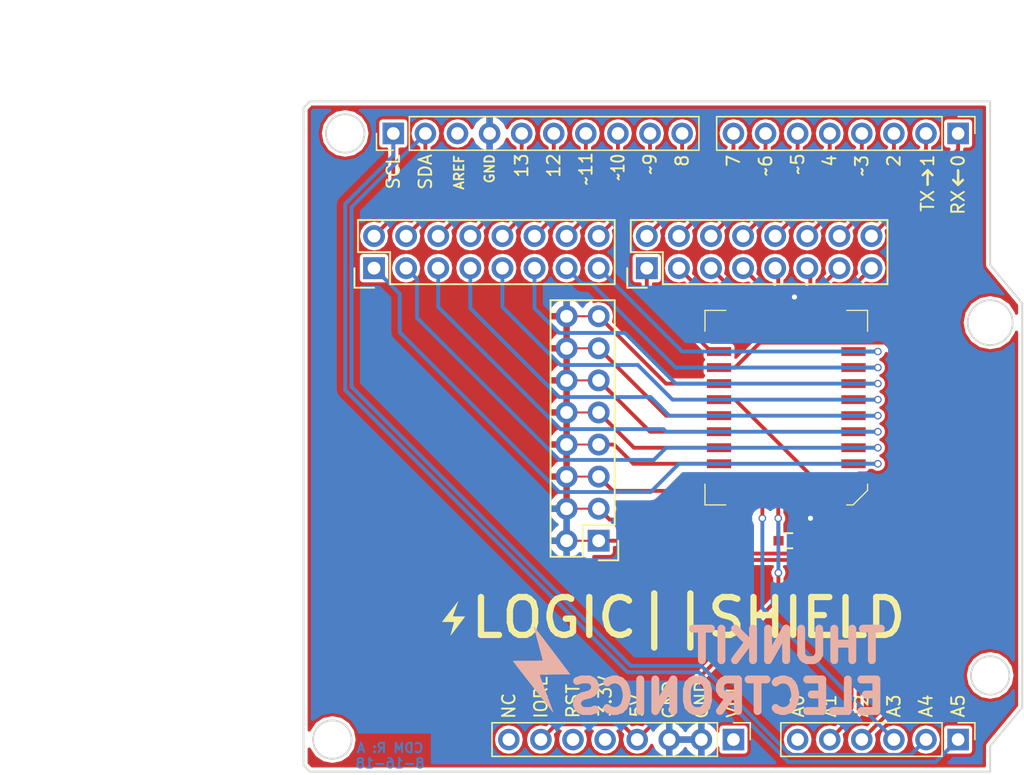
<source format=kicad_pcb>
(kicad_pcb (version 4) (host pcbnew 4.0.5+dfsg1-4)

  (general
    (links 63)
    (no_connects 0)
    (area 101.751001 64.356 182.955001 127.413733)
    (thickness 1.6)
    (drawings 59)
    (tracks 188)
    (zones 0)
    (modules 13)
    (nets 54)
  )

  (page A4)
  (title_block
    (title "MAKIT-THT Soldering Kit")
    (date 2018-05-13)
    (rev B)
    (company "Thunkit Electronics")
  )

  (layers
    (0 F.Cu signal)
    (31 B.Cu signal)
    (32 B.Adhes user)
    (33 F.Adhes user)
    (34 B.Paste user)
    (35 F.Paste user)
    (36 B.SilkS user)
    (37 F.SilkS user)
    (38 B.Mask user)
    (39 F.Mask user)
    (40 Dwgs.User user)
    (41 Cmts.User user)
    (42 Eco1.User user)
    (43 Eco2.User user)
    (44 Edge.Cuts user)
    (45 Margin user)
    (46 B.CrtYd user)
    (47 F.CrtYd user)
    (48 B.Fab user hide)
    (49 F.Fab user hide)
  )

  (setup
    (last_trace_width 0.1524)
    (user_trace_width 0.3048)
    (trace_clearance 0.1524)
    (zone_clearance 0.254)
    (zone_45_only yes)
    (trace_min 0.1524)
    (segment_width 0.2)
    (edge_width 0.15)
    (via_size 0.6)
    (via_drill 0.4)
    (via_min_size 0.4)
    (via_min_drill 0.3)
    (uvia_size 0.3)
    (uvia_drill 0.1)
    (uvias_allowed no)
    (uvia_min_size 0)
    (uvia_min_drill 0)
    (pcb_text_width 0.3)
    (pcb_text_size 1.5 1.5)
    (mod_edge_width 0.15)
    (mod_text_size 1 1)
    (mod_text_width 0.15)
    (pad_size 0.6 0.6)
    (pad_drill 0.4)
    (pad_to_mask_clearance 0.0508)
    (aux_axis_origin 0 0)
    (visible_elements FFFFFF7F)
    (pcbplotparams
      (layerselection 0x010f0_80000001)
      (usegerberextensions true)
      (excludeedgelayer true)
      (linewidth 0.100000)
      (plotframeref false)
      (viasonmask false)
      (mode 1)
      (useauxorigin false)
      (hpglpennumber 1)
      (hpglpenspeed 20)
      (hpglpendiameter 15)
      (hpglpenoverlay 2)
      (psnegative false)
      (psa4output false)
      (plotreference true)
      (plotvalue true)
      (plotinvisibletext false)
      (padsonsilk false)
      (subtractmaskfromsilk false)
      (outputformat 1)
      (mirror false)
      (drillshape 0)
      (scaleselection 1)
      (outputdirectory "LOGIC SHIELD REV A"))
  )

  (net 0 "")
  (net 1 VIN)
  (net 2 GND)
  (net 3 +5V)
  (net 4 RST)
  (net 5 PC5)
  (net 6 PC4)
  (net 7 PC3)
  (net 8 PC2)
  (net 9 PC1)
  (net 10 PC0)
  (net 11 PB0)
  (net 12 PB1)
  (net 13 PB2)
  (net 14 PB3)
  (net 15 PB4)
  (net 16 PB5)
  (net 17 AREF)
  (net 18 PD0)
  (net 19 PD1)
  (net 20 PD2)
  (net 21 PD3)
  (net 22 PD4)
  (net 23 PD6)
  (net 24 PD7)
  (net 25 PD5)
  (net 26 "Net-(P3-Pad8)")
  (net 27 +3V3)
  (net 28 "Net-(P2-Pad1)")
  (net 29 "Net-(P2-Pad3)")
  (net 30 "Net-(P2-Pad5)")
  (net 31 "Net-(P2-Pad7)")
  (net 32 "Net-(U1-Pad1)")
  (net 33 "Net-(U1-Pad30)")
  (net 34 "Net-(P7-Pad1)")
  (net 35 "Net-(P7-Pad3)")
  (net 36 "Net-(P7-Pad5)")
  (net 37 "Net-(P7-Pad7)")
  (net 38 "Net-(P7-Pad9)")
  (net 39 "Net-(P7-Pad11)")
  (net 40 "Net-(P7-Pad13)")
  (net 41 "Net-(P7-Pad15)")
  (net 42 "Net-(P2-Pad9)")
  (net 43 "Net-(P2-Pad11)")
  (net 44 "Net-(P2-Pad13)")
  (net 45 "Net-(P2-Pad15)")
  (net 46 "Net-(P1-Pad1)")
  (net 47 "Net-(P1-Pad3)")
  (net 48 "Net-(P1-Pad5)")
  (net 49 "Net-(P1-Pad7)")
  (net 50 "Net-(P1-Pad9)")
  (net 51 "Net-(P1-Pad11)")
  (net 52 "Net-(P1-Pad13)")
  (net 53 "Net-(P1-Pad15)")

  (net_class Default "This is the default net class."
    (clearance 0.1524)
    (trace_width 0.1524)
    (via_dia 0.6)
    (via_drill 0.4)
    (uvia_dia 0.3)
    (uvia_drill 0.1)
    (add_net +3V3)
    (add_net +5V)
    (add_net AREF)
    (add_net GND)
    (add_net "Net-(P1-Pad1)")
    (add_net "Net-(P1-Pad11)")
    (add_net "Net-(P1-Pad13)")
    (add_net "Net-(P1-Pad15)")
    (add_net "Net-(P1-Pad3)")
    (add_net "Net-(P1-Pad5)")
    (add_net "Net-(P1-Pad7)")
    (add_net "Net-(P1-Pad9)")
    (add_net "Net-(P2-Pad1)")
    (add_net "Net-(P2-Pad11)")
    (add_net "Net-(P2-Pad13)")
    (add_net "Net-(P2-Pad15)")
    (add_net "Net-(P2-Pad3)")
    (add_net "Net-(P2-Pad5)")
    (add_net "Net-(P2-Pad7)")
    (add_net "Net-(P2-Pad9)")
    (add_net "Net-(P3-Pad8)")
    (add_net "Net-(P7-Pad1)")
    (add_net "Net-(P7-Pad11)")
    (add_net "Net-(P7-Pad13)")
    (add_net "Net-(P7-Pad15)")
    (add_net "Net-(P7-Pad3)")
    (add_net "Net-(P7-Pad5)")
    (add_net "Net-(P7-Pad7)")
    (add_net "Net-(P7-Pad9)")
    (add_net "Net-(U1-Pad1)")
    (add_net "Net-(U1-Pad30)")
    (add_net PB0)
    (add_net PB1)
    (add_net PB2)
    (add_net PB3)
    (add_net PB4)
    (add_net PB5)
    (add_net PC0)
    (add_net PC1)
    (add_net PC2)
    (add_net PC3)
    (add_net PC4)
    (add_net PC5)
    (add_net PD0)
    (add_net PD1)
    (add_net PD2)
    (add_net PD3)
    (add_net PD4)
    (add_net PD5)
    (add_net PD6)
    (add_net PD7)
    (add_net RST)
    (add_net VIN)
  )

  (module "MOD:GND VIA" (layer F.Cu) (tedit 5BC566B5) (tstamp 5BC705E4)
    (at 166.116 103.632)
    (fp_text reference "" (at 0 0) (layer F.SilkS)
      (effects (font (thickness 0.15)))
    )
    (fp_text value "" (at 0 0) (layer F.SilkS)
      (effects (font (thickness 0.15)))
    )
    (pad 1 thru_hole circle (at 0 1.27) (size 0.6 0.6) (drill 0.4) (layers *.Cu)
      (net 2 GND) (zone_connect 2))
  )

  (module Pin_Headers:Pin_Header_Straight_2x08 (layer F.Cu) (tedit 5BC55869) (tstamp 5BC5E5A4)
    (at 153.162 85.09 90)
    (descr "Through hole pin header")
    (tags "pin header")
    (path /5BC56572)
    (fp_text reference P1 (at 0 -5.1 90) (layer F.SilkS) hide
      (effects (font (size 1 1) (thickness 0.15)))
    )
    (fp_text value CONN_02X08 (at 0 -3.1 90) (layer F.Fab)
      (effects (font (size 1 1) (thickness 0.15)))
    )
    (fp_line (start -1.75 -1.75) (end -1.75 19.55) (layer F.CrtYd) (width 0.05))
    (fp_line (start 4.3 -1.75) (end 4.3 19.55) (layer F.CrtYd) (width 0.05))
    (fp_line (start -1.75 -1.75) (end 4.3 -1.75) (layer F.CrtYd) (width 0.05))
    (fp_line (start -1.75 19.55) (end 4.3 19.55) (layer F.CrtYd) (width 0.05))
    (fp_line (start 3.81 19.05) (end 3.81 -1.27) (layer F.SilkS) (width 0.15))
    (fp_line (start -1.27 1.27) (end -1.27 19.05) (layer F.SilkS) (width 0.15))
    (fp_line (start 3.81 19.05) (end -1.27 19.05) (layer F.SilkS) (width 0.15))
    (fp_line (start 3.81 -1.27) (end 1.27 -1.27) (layer F.SilkS) (width 0.15))
    (fp_line (start 0 -1.55) (end -1.55 -1.55) (layer F.SilkS) (width 0.15))
    (fp_line (start 1.27 -1.27) (end 1.27 1.27) (layer F.SilkS) (width 0.15))
    (fp_line (start 1.27 1.27) (end -1.27 1.27) (layer F.SilkS) (width 0.15))
    (fp_line (start -1.55 -1.55) (end -1.55 0) (layer F.SilkS) (width 0.15))
    (pad 1 thru_hole rect (at 0 0 90) (size 1.7272 1.7272) (drill 1.016) (layers *.Cu *.Mask)
      (net 46 "Net-(P1-Pad1)"))
    (pad 2 thru_hole oval (at 2.54 0 90) (size 1.7272 1.7272) (drill 1.016) (layers *.Cu *.Mask)
      (net 24 PD7))
    (pad 3 thru_hole oval (at 0 2.54 90) (size 1.7272 1.7272) (drill 1.016) (layers *.Cu *.Mask)
      (net 47 "Net-(P1-Pad3)"))
    (pad 4 thru_hole oval (at 2.54 2.54 90) (size 1.7272 1.7272) (drill 1.016) (layers *.Cu *.Mask)
      (net 23 PD6))
    (pad 5 thru_hole oval (at 0 5.08 90) (size 1.7272 1.7272) (drill 1.016) (layers *.Cu *.Mask)
      (net 48 "Net-(P1-Pad5)"))
    (pad 6 thru_hole oval (at 2.54 5.08 90) (size 1.7272 1.7272) (drill 1.016) (layers *.Cu *.Mask)
      (net 25 PD5))
    (pad 7 thru_hole oval (at 0 7.62 90) (size 1.7272 1.7272) (drill 1.016) (layers *.Cu *.Mask)
      (net 49 "Net-(P1-Pad7)"))
    (pad 8 thru_hole oval (at 2.54 7.62 90) (size 1.7272 1.7272) (drill 1.016) (layers *.Cu *.Mask)
      (net 22 PD4))
    (pad 9 thru_hole oval (at 0 10.16 90) (size 1.7272 1.7272) (drill 1.016) (layers *.Cu *.Mask)
      (net 50 "Net-(P1-Pad9)"))
    (pad 10 thru_hole oval (at 2.54 10.16 90) (size 1.7272 1.7272) (drill 1.016) (layers *.Cu *.Mask)
      (net 21 PD3))
    (pad 11 thru_hole oval (at 0 12.7 90) (size 1.7272 1.7272) (drill 1.016) (layers *.Cu *.Mask)
      (net 51 "Net-(P1-Pad11)"))
    (pad 12 thru_hole oval (at 2.54 12.7 90) (size 1.7272 1.7272) (drill 1.016) (layers *.Cu *.Mask)
      (net 20 PD2))
    (pad 13 thru_hole oval (at 0 15.24 90) (size 1.7272 1.7272) (drill 1.016) (layers *.Cu *.Mask)
      (net 52 "Net-(P1-Pad13)"))
    (pad 14 thru_hole oval (at 2.54 15.24 90) (size 1.7272 1.7272) (drill 1.016) (layers *.Cu *.Mask)
      (net 19 PD1))
    (pad 15 thru_hole oval (at 0 17.78 90) (size 1.7272 1.7272) (drill 1.016) (layers *.Cu *.Mask)
      (net 53 "Net-(P1-Pad15)"))
    (pad 16 thru_hole oval (at 2.54 17.78 90) (size 1.7272 1.7272) (drill 1.016) (layers *.Cu *.Mask)
      (net 18 PD0))
    (model Pin_Headers.3dshapes/Pin_Header_Straight_2x08.wrl
      (at (xyz 0.05 -0.35 0))
      (scale (xyz 1 1 1))
      (rotate (xyz 0 0 90))
    )
  )

  (module Pin_Headers:Pin_Header_Straight_1x06_Pitch2.54mm (layer F.Cu) (tedit 5AB9CB24) (tstamp 5AB9C6F8)
    (at 177.8 122.428 270)
    (descr "Through hole straight pin header, 1x06, 2.54mm pitch, single row")
    (tags "Through hole pin header THT 1x06 2.54mm single row")
    (path /5AB9B419)
    (fp_text reference P4 (at 0 -2.33 270) (layer F.SilkS) hide
      (effects (font (size 1 1) (thickness 0.15)))
    )
    (fp_text value CONN_01X06 (at 0 15.03 270) (layer F.Fab)
      (effects (font (size 1 1) (thickness 0.15)))
    )
    (fp_line (start -0.635 -1.27) (end 1.27 -1.27) (layer F.Fab) (width 0.1))
    (fp_line (start 1.27 -1.27) (end 1.27 13.97) (layer F.Fab) (width 0.1))
    (fp_line (start 1.27 13.97) (end -1.27 13.97) (layer F.Fab) (width 0.1))
    (fp_line (start -1.27 13.97) (end -1.27 -0.635) (layer F.Fab) (width 0.1))
    (fp_line (start -1.27 -0.635) (end -0.635 -1.27) (layer F.Fab) (width 0.1))
    (fp_line (start -1.33 14.03) (end 1.33 14.03) (layer F.SilkS) (width 0.12))
    (fp_line (start -1.33 1.27) (end -1.33 14.03) (layer F.SilkS) (width 0.12))
    (fp_line (start 1.33 1.27) (end 1.33 14.03) (layer F.SilkS) (width 0.12))
    (fp_line (start -1.33 1.27) (end 1.33 1.27) (layer F.SilkS) (width 0.12))
    (fp_line (start -1.33 0) (end -1.33 -1.33) (layer F.SilkS) (width 0.12))
    (fp_line (start -1.33 -1.33) (end 0 -1.33) (layer F.SilkS) (width 0.12))
    (fp_line (start -1.8 -1.8) (end -1.8 14.5) (layer F.CrtYd) (width 0.05))
    (fp_line (start -1.8 14.5) (end 1.8 14.5) (layer F.CrtYd) (width 0.05))
    (fp_line (start 1.8 14.5) (end 1.8 -1.8) (layer F.CrtYd) (width 0.05))
    (fp_line (start 1.8 -1.8) (end -1.8 -1.8) (layer F.CrtYd) (width 0.05))
    (fp_text user %R (at 0 6.35 360) (layer F.Fab)
      (effects (font (size 1 1) (thickness 0.15)))
    )
    (pad 1 thru_hole rect (at 0 0 270) (size 1.7 1.7) (drill 1) (layers *.Cu *.Mask)
      (net 5 PC5))
    (pad 2 thru_hole oval (at 0 2.54 270) (size 1.7 1.7) (drill 1) (layers *.Cu *.Mask)
      (net 6 PC4))
    (pad 3 thru_hole oval (at 0 5.08 270) (size 1.7 1.7) (drill 1) (layers *.Cu *.Mask)
      (net 7 PC3))
    (pad 4 thru_hole oval (at 0 7.62 270) (size 1.7 1.7) (drill 1) (layers *.Cu *.Mask)
      (net 8 PC2))
    (pad 5 thru_hole oval (at 0 10.16 270) (size 1.7 1.7) (drill 1) (layers *.Cu *.Mask)
      (net 9 PC1))
    (pad 6 thru_hole oval (at 0 12.7 270) (size 1.7 1.7) (drill 1) (layers *.Cu *.Mask)
      (net 10 PC0))
    (model ${KISYS3DMOD}/Pin_Headers.3dshapes/Pin_Header_Straight_1x06_Pitch2.54mm.wrl
      (at (xyz 0 0 0))
      (scale (xyz 1 1 1))
      (rotate (xyz 0 0 0))
    )
  )

  (module Pin_Headers:Pin_Header_Straight_1x08_Pitch2.54mm (layer F.Cu) (tedit 5AB9CB0D) (tstamp 5AB9C710)
    (at 177.8 74.422 270)
    (descr "Through hole straight pin header, 1x08, 2.54mm pitch, single row")
    (tags "Through hole pin header THT 1x08 2.54mm single row")
    (path /5AB9B3DD)
    (fp_text reference P6 (at 0 -2.33 270) (layer F.SilkS) hide
      (effects (font (size 1 1) (thickness 0.15)))
    )
    (fp_text value CONN_01X08 (at 0 20.11 270) (layer F.Fab)
      (effects (font (size 1 1) (thickness 0.15)))
    )
    (fp_line (start -0.635 -1.27) (end 1.27 -1.27) (layer F.Fab) (width 0.1))
    (fp_line (start 1.27 -1.27) (end 1.27 19.05) (layer F.Fab) (width 0.1))
    (fp_line (start 1.27 19.05) (end -1.27 19.05) (layer F.Fab) (width 0.1))
    (fp_line (start -1.27 19.05) (end -1.27 -0.635) (layer F.Fab) (width 0.1))
    (fp_line (start -1.27 -0.635) (end -0.635 -1.27) (layer F.Fab) (width 0.1))
    (fp_line (start -1.33 19.11) (end 1.33 19.11) (layer F.SilkS) (width 0.12))
    (fp_line (start -1.33 1.27) (end -1.33 19.11) (layer F.SilkS) (width 0.12))
    (fp_line (start 1.33 1.27) (end 1.33 19.11) (layer F.SilkS) (width 0.12))
    (fp_line (start -1.33 1.27) (end 1.33 1.27) (layer F.SilkS) (width 0.12))
    (fp_line (start -1.33 0) (end -1.33 -1.33) (layer F.SilkS) (width 0.12))
    (fp_line (start -1.33 -1.33) (end 0 -1.33) (layer F.SilkS) (width 0.12))
    (fp_line (start -1.8 -1.8) (end -1.8 19.55) (layer F.CrtYd) (width 0.05))
    (fp_line (start -1.8 19.55) (end 1.8 19.55) (layer F.CrtYd) (width 0.05))
    (fp_line (start 1.8 19.55) (end 1.8 -1.8) (layer F.CrtYd) (width 0.05))
    (fp_line (start 1.8 -1.8) (end -1.8 -1.8) (layer F.CrtYd) (width 0.05))
    (fp_text user %R (at 0 8.89 360) (layer F.Fab)
      (effects (font (size 1 1) (thickness 0.15)))
    )
    (pad 1 thru_hole rect (at 0 0 270) (size 1.7 1.7) (drill 1) (layers *.Cu *.Mask)
      (net 18 PD0))
    (pad 2 thru_hole oval (at 0 2.54 270) (size 1.7 1.7) (drill 1) (layers *.Cu *.Mask)
      (net 19 PD1))
    (pad 3 thru_hole oval (at 0 5.08 270) (size 1.7 1.7) (drill 1) (layers *.Cu *.Mask)
      (net 20 PD2))
    (pad 4 thru_hole oval (at 0 7.62 270) (size 1.7 1.7) (drill 1) (layers *.Cu *.Mask)
      (net 21 PD3))
    (pad 5 thru_hole oval (at 0 10.16 270) (size 1.7 1.7) (drill 1) (layers *.Cu *.Mask)
      (net 22 PD4))
    (pad 6 thru_hole oval (at 0 12.7 270) (size 1.7 1.7) (drill 1) (layers *.Cu *.Mask)
      (net 25 PD5))
    (pad 7 thru_hole oval (at 0 15.24 270) (size 1.7 1.7) (drill 1) (layers *.Cu *.Mask)
      (net 23 PD6))
    (pad 8 thru_hole oval (at 0 17.78 270) (size 1.7 1.7) (drill 1) (layers *.Cu *.Mask)
      (net 24 PD7))
    (model ${KISYS3DMOD}/Pin_Headers.3dshapes/Pin_Header_Straight_1x08_Pitch2.54mm.wrl
      (at (xyz 0 0 0))
      (scale (xyz 1 1 1))
      (rotate (xyz 0 0 0))
    )
  )

  (module Pin_Headers:Pin_Header_Straight_1x08_Pitch2.54mm (layer F.Cu) (tedit 5AB9D2BD) (tstamp 5AB9D37B)
    (at 160.02 122.428 270)
    (descr "Through hole straight pin header, 1x08, 2.54mm pitch, single row")
    (tags "Through hole pin header THT 1x08 2.54mm single row")
    (path /5ABA48F2)
    (fp_text reference P3 (at 0 -2.33 270) (layer F.SilkS) hide
      (effects (font (size 1 1) (thickness 0.15)))
    )
    (fp_text value CONN_01X08 (at 0 20.11 270) (layer F.Fab)
      (effects (font (size 1 1) (thickness 0.15)))
    )
    (fp_line (start -0.635 -1.27) (end 1.27 -1.27) (layer F.Fab) (width 0.1))
    (fp_line (start 1.27 -1.27) (end 1.27 19.05) (layer F.Fab) (width 0.1))
    (fp_line (start 1.27 19.05) (end -1.27 19.05) (layer F.Fab) (width 0.1))
    (fp_line (start -1.27 19.05) (end -1.27 -0.635) (layer F.Fab) (width 0.1))
    (fp_line (start -1.27 -0.635) (end -0.635 -1.27) (layer F.Fab) (width 0.1))
    (fp_line (start -1.33 19.11) (end 1.33 19.11) (layer F.SilkS) (width 0.12))
    (fp_line (start -1.33 1.27) (end -1.33 19.11) (layer F.SilkS) (width 0.12))
    (fp_line (start 1.33 1.27) (end 1.33 19.11) (layer F.SilkS) (width 0.12))
    (fp_line (start -1.33 1.27) (end 1.33 1.27) (layer F.SilkS) (width 0.12))
    (fp_line (start -1.33 0) (end -1.33 -1.33) (layer F.SilkS) (width 0.12))
    (fp_line (start -1.33 -1.33) (end 0 -1.33) (layer F.SilkS) (width 0.12))
    (fp_line (start -1.8 -1.8) (end -1.8 19.55) (layer F.CrtYd) (width 0.05))
    (fp_line (start -1.8 19.55) (end 1.8 19.55) (layer F.CrtYd) (width 0.05))
    (fp_line (start 1.8 19.55) (end 1.8 -1.8) (layer F.CrtYd) (width 0.05))
    (fp_line (start 1.8 -1.8) (end -1.8 -1.8) (layer F.CrtYd) (width 0.05))
    (fp_text user %R (at 0 8.89 360) (layer F.Fab)
      (effects (font (size 1 1) (thickness 0.15)))
    )
    (pad 1 thru_hole rect (at 0 0 270) (size 1.7 1.7) (drill 1) (layers *.Cu *.Mask)
      (net 1 VIN))
    (pad 2 thru_hole oval (at 0 2.54 270) (size 1.7 1.7) (drill 1) (layers *.Cu *.Mask)
      (net 2 GND))
    (pad 3 thru_hole oval (at 0 5.08 270) (size 1.7 1.7) (drill 1) (layers *.Cu *.Mask)
      (net 2 GND))
    (pad 4 thru_hole oval (at 0 7.62 270) (size 1.7 1.7) (drill 1) (layers *.Cu *.Mask)
      (net 3 +5V))
    (pad 5 thru_hole oval (at 0 10.16 270) (size 1.7 1.7) (drill 1) (layers *.Cu *.Mask)
      (net 27 +3V3))
    (pad 6 thru_hole oval (at 0 12.7 270) (size 1.7 1.7) (drill 1) (layers *.Cu *.Mask)
      (net 4 RST))
    (pad 7 thru_hole oval (at 0 15.24 270) (size 1.7 1.7) (drill 1) (layers *.Cu *.Mask)
      (net 3 +5V))
    (pad 8 thru_hole oval (at 0 17.78 270) (size 1.7 1.7) (drill 1) (layers *.Cu *.Mask)
      (net 26 "Net-(P3-Pad8)"))
    (model ${KISYS3DMOD}/Pin_Headers.3dshapes/Pin_Header_Straight_1x08_Pitch2.54mm.wrl
      (at (xyz 0 0 0))
      (scale (xyz 1 1 1))
      (rotate (xyz 0 0 0))
    )
  )

  (module MOD:lightning (layer F.Cu) (tedit 0) (tstamp 5ABC36E1)
    (at 137.922 112.776)
    (fp_text reference G*** (at 0 0) (layer F.SilkS) hide
      (effects (font (thickness 0.3)))
    )
    (fp_text value LOGO (at 0.75 0) (layer F.SilkS) hide
      (effects (font (thickness 0.3)))
    )
    (fp_poly (pts (xy 0.314354 -1.28972) (xy 0.304217 -1.261534) (xy 0.287787 -1.218017) (xy 0.262911 -1.15128)
      (xy 0.231172 -1.065639) (xy 0.194152 -0.965409) (xy 0.153436 -0.854904) (xy 0.110605 -0.738441)
      (xy 0.067244 -0.620333) (xy 0.024936 -0.504897) (xy -0.014736 -0.396447) (xy -0.050189 -0.299299)
      (xy -0.079839 -0.217767) (xy -0.102104 -0.156168) (xy -0.1154 -0.118815) (xy -0.118533 -0.109316)
      (xy -0.102305 -0.107325) (xy -0.056437 -0.105235) (xy 0.014844 -0.103147) (xy 0.10731 -0.101162)
      (xy 0.216736 -0.099383) (xy 0.338895 -0.09791) (xy 0.368591 -0.097623) (xy 0.855716 -0.093133)
      (xy 0.294305 0.649173) (xy 0.188629 0.788761) (xy 0.088696 0.920499) (xy -0.003562 1.041856)
      (xy -0.086213 1.150304) (xy -0.157324 1.243314) (xy -0.214964 1.318356) (xy -0.2572 1.372901)
      (xy -0.2821 1.40442) (xy -0.287856 1.411173) (xy -0.30193 1.419999) (xy -0.299939 1.401084)
      (xy -0.298786 1.397) (xy -0.288287 1.359649) (xy -0.271246 1.297666) (xy -0.248936 1.2158)
      (xy -0.222636 1.118801) (xy -0.193622 1.011418) (xy -0.163169 0.8984) (xy -0.132555 0.784498)
      (xy -0.103056 0.674459) (xy -0.075947 0.573034) (xy -0.052507 0.484973) (xy -0.03401 0.415023)
      (xy -0.021734 0.367936) (xy -0.016954 0.34846) (xy -0.016934 0.348256) (xy -0.033153 0.345773)
      (xy -0.078954 0.343529) (xy -0.150053 0.34161) (xy -0.242165 0.340104) (xy -0.351007 0.339096)
      (xy -0.472294 0.338674) (xy -0.491067 0.338666) (xy -0.613834 0.338377) (xy -0.72479 0.33756)
      (xy -0.819653 0.336292) (xy -0.894136 0.334649) (xy -0.943957 0.332707) (xy -0.964831 0.330544)
      (xy -0.9652 0.330209) (xy -0.955097 0.315927) (xy -0.926253 0.27784) (xy -0.880867 0.218757)
      (xy -0.821139 0.141491) (xy -0.749266 0.048852) (xy -0.667449 -0.056347) (xy -0.577885 -0.171296)
      (xy -0.482774 -0.293183) (xy -0.384315 -0.419197) (xy -0.284706 -0.546527) (xy -0.186147 -0.672361)
      (xy -0.090836 -0.793888) (xy -0.000972 -0.908298) (xy 0.081246 -1.012777) (xy 0.153618 -1.104516)
      (xy 0.213947 -1.180702) (xy 0.260033 -1.238525) (xy 0.289678 -1.275174) (xy 0.299666 -1.286933)
      (xy 0.31437 -1.300123) (xy 0.314354 -1.28972)) (layer F.SilkS) (width 0.01))
  )

  (module Pin_Headers:Pin_Header_Straight_1x10_Pitch2.54mm (layer F.Cu) (tedit 5AD3BBF7) (tstamp 5AD3BCE1)
    (at 133.096 74.422 90)
    (descr "Through hole straight pin header, 1x10, 2.54mm pitch, single row")
    (tags "Through hole pin header THT 1x10 2.54mm single row")
    (path /5AD3BE97)
    (fp_text reference P5 (at 0 -2.33 90) (layer F.SilkS) hide
      (effects (font (size 1 1) (thickness 0.15)))
    )
    (fp_text value CONN_01X10 (at 0 25.19 90) (layer F.Fab)
      (effects (font (size 1 1) (thickness 0.15)))
    )
    (fp_line (start -0.635 -1.27) (end 1.27 -1.27) (layer F.Fab) (width 0.1))
    (fp_line (start 1.27 -1.27) (end 1.27 24.13) (layer F.Fab) (width 0.1))
    (fp_line (start 1.27 24.13) (end -1.27 24.13) (layer F.Fab) (width 0.1))
    (fp_line (start -1.27 24.13) (end -1.27 -0.635) (layer F.Fab) (width 0.1))
    (fp_line (start -1.27 -0.635) (end -0.635 -1.27) (layer F.Fab) (width 0.1))
    (fp_line (start -1.33 24.19) (end 1.33 24.19) (layer F.SilkS) (width 0.12))
    (fp_line (start -1.33 1.27) (end -1.33 24.19) (layer F.SilkS) (width 0.12))
    (fp_line (start 1.33 1.27) (end 1.33 24.19) (layer F.SilkS) (width 0.12))
    (fp_line (start -1.33 1.27) (end 1.33 1.27) (layer F.SilkS) (width 0.12))
    (fp_line (start -1.33 0) (end -1.33 -1.33) (layer F.SilkS) (width 0.12))
    (fp_line (start -1.33 -1.33) (end 0 -1.33) (layer F.SilkS) (width 0.12))
    (fp_line (start -1.8 -1.8) (end -1.8 24.65) (layer F.CrtYd) (width 0.05))
    (fp_line (start -1.8 24.65) (end 1.8 24.65) (layer F.CrtYd) (width 0.05))
    (fp_line (start 1.8 24.65) (end 1.8 -1.8) (layer F.CrtYd) (width 0.05))
    (fp_line (start 1.8 -1.8) (end -1.8 -1.8) (layer F.CrtYd) (width 0.05))
    (fp_text user %R (at 0 11.43 180) (layer F.Fab)
      (effects (font (size 1 1) (thickness 0.15)))
    )
    (pad 1 thru_hole rect (at 0 0 90) (size 1.7 1.7) (drill 1) (layers *.Cu *.Mask)
      (net 5 PC5))
    (pad 2 thru_hole oval (at 0 2.54 90) (size 1.7 1.7) (drill 1) (layers *.Cu *.Mask)
      (net 6 PC4))
    (pad 3 thru_hole oval (at 0 5.08 90) (size 1.7 1.7) (drill 1) (layers *.Cu *.Mask)
      (net 17 AREF))
    (pad 4 thru_hole oval (at 0 7.62 90) (size 1.7 1.7) (drill 1) (layers *.Cu *.Mask)
      (net 2 GND))
    (pad 5 thru_hole oval (at 0 10.16 90) (size 1.7 1.7) (drill 1) (layers *.Cu *.Mask)
      (net 16 PB5))
    (pad 6 thru_hole oval (at 0 12.7 90) (size 1.7 1.7) (drill 1) (layers *.Cu *.Mask)
      (net 15 PB4))
    (pad 7 thru_hole oval (at 0 15.24 90) (size 1.7 1.7) (drill 1) (layers *.Cu *.Mask)
      (net 14 PB3))
    (pad 8 thru_hole oval (at 0 17.78 90) (size 1.7 1.7) (drill 1) (layers *.Cu *.Mask)
      (net 13 PB2))
    (pad 9 thru_hole oval (at 0 20.32 90) (size 1.7 1.7) (drill 1) (layers *.Cu *.Mask)
      (net 12 PB1))
    (pad 10 thru_hole oval (at 0 22.86 90) (size 1.7 1.7) (drill 1) (layers *.Cu *.Mask)
      (net 11 PB0))
    (model ${KISYS3DMOD}/Pin_Headers.3dshapes/Pin_Header_Straight_1x10_Pitch2.54mm.wrl
      (at (xyz 0 0 0))
      (scale (xyz 1 1 1))
      (rotate (xyz 0 0 0))
    )
  )

  (module MOD:lightning3 (layer B.Cu) (tedit 0) (tstamp 5BBC19D0)
    (at 144.9705 117.0305)
    (fp_text reference G*** (at 0 0) (layer B.SilkS) hide
      (effects (font (thickness 0.3)) (justify mirror))
    )
    (fp_text value LOGO (at 0.75 0) (layer B.SilkS) hide
      (effects (font (thickness 0.3)) (justify mirror))
    )
    (fp_poly (pts (xy 0.785884 3.2243) (xy 0.760542 3.153833) (xy 0.719468 3.045041) (xy 0.657278 2.8782)
      (xy 0.57793 2.664097) (xy 0.485381 2.413522) (xy 0.383589 2.13726) (xy 0.276513 1.846101)
      (xy 0.168111 1.550833) (xy 0.062341 1.262242) (xy -0.036839 0.991118) (xy -0.125471 0.748247)
      (xy -0.199597 0.544418) (xy -0.255259 0.390419) (xy -0.288499 0.297037) (xy -0.296333 0.273291)
      (xy -0.255762 0.268313) (xy -0.141092 0.263087) (xy 0.037109 0.257867) (xy 0.268276 0.252905)
      (xy 0.541841 0.248456) (xy 0.847237 0.244774) (xy 0.921478 0.244056) (xy 2.13929 0.232833)
      (xy 0.735762 -1.622933) (xy 0.471573 -1.971903) (xy 0.221741 -2.301247) (xy -0.008904 -2.60464)
      (xy -0.215532 -2.87576) (xy -0.393311 -3.108284) (xy -0.53741 -3.295889) (xy -0.643 -3.432253)
      (xy -0.70525 -3.511051) (xy -0.719641 -3.527933) (xy -0.754824 -3.549997) (xy -0.749848 -3.50271)
      (xy -0.746964 -3.4925) (xy -0.720718 -3.399123) (xy -0.678114 -3.244165) (xy -0.622341 -3.039501)
      (xy -0.556591 -2.797003) (xy -0.484054 -2.528545) (xy -0.407923 -2.246001) (xy -0.331387 -1.961244)
      (xy -0.257639 -1.686148) (xy -0.189868 -1.432586) (xy -0.131266 -1.212432) (xy -0.085025 -1.037559)
      (xy -0.054334 -0.919841) (xy -0.042386 -0.871151) (xy -0.042333 -0.870641) (xy -0.082881 -0.864433)
      (xy -0.197384 -0.858823) (xy -0.375132 -0.854026) (xy -0.605413 -0.85026) (xy -0.877518 -0.847741)
      (xy -1.180735 -0.846685) (xy -1.227667 -0.846667) (xy -1.534584 -0.845943) (xy -1.811976 -0.843901)
      (xy -2.049132 -0.84073) (xy -2.235341 -0.836623) (xy -2.359893 -0.831769) (xy -2.412076 -0.82636)
      (xy -2.413 -0.825523) (xy -2.387742 -0.789819) (xy -2.315632 -0.694599) (xy -2.202168 -0.546893)
      (xy -2.052847 -0.353727) (xy -1.873166 -0.122131) (xy -1.668622 0.140867) (xy -1.444713 0.428239)
      (xy -1.206936 0.732957) (xy -0.960788 1.047992) (xy -0.711766 1.366317) (xy -0.465367 1.680903)
      (xy -0.22709 1.984721) (xy -0.00243 2.270744) (xy 0.203114 2.531942) (xy 0.384046 2.761289)
      (xy 0.534868 2.951756) (xy 0.650083 3.096313) (xy 0.724195 3.187934) (xy 0.749164 3.217333)
      (xy 0.785926 3.250308) (xy 0.785884 3.2243)) (layer B.SilkS) (width 0.01))
  )

  (module MOD:PLCC-32 (layer F.Cu) (tedit 5BC55253) (tstamp 5BC55565)
    (at 164.1995 96.139 180)
    (descr "PLCC, 32 pins, surface mount")
    (tags "plcc smt")
    (path /5BC57E0C)
    (attr smd)
    (fp_text reference U1 (at -0.6465 -4.572 180) (layer F.SilkS) hide
      (effects (font (size 1 1) (thickness 0.15)))
    )
    (fp_text value SST39VF010-70-4C-NHE (at 0 8.555 180) (layer F.Fab)
      (effects (font (size 1 1) (thickness 0.15)))
    )
    (fp_line (start -5.285 -7.555) (end -6.285 -6.555) (layer F.Fab) (width 0.1))
    (fp_line (start -6.285 -6.555) (end -6.285 7.555) (layer F.Fab) (width 0.1))
    (fp_line (start -6.285 7.555) (end 6.285 7.555) (layer F.Fab) (width 0.1))
    (fp_line (start 6.285 7.555) (end 6.285 -7.555) (layer F.Fab) (width 0.1))
    (fp_line (start 6.285 -7.555) (end -5.285 -7.555) (layer F.Fab) (width 0.1))
    (fp_line (start -6.75 -8.05) (end -6.75 8.05) (layer F.CrtYd) (width 0.05))
    (fp_line (start -6.75 8.05) (end 6.75 8.05) (layer F.CrtYd) (width 0.05))
    (fp_line (start 6.75 8.05) (end 6.75 -8.05) (layer F.CrtYd) (width 0.05))
    (fp_line (start 6.75 -8.05) (end -6.75 -8.05) (layer F.CrtYd) (width 0.05))
    (fp_line (start -0.5 -7.555) (end 0 -6.555) (layer F.Fab) (width 0.1))
    (fp_line (start 0 -6.555) (end 0.5 -7.555) (layer F.Fab) (width 0.1))
    (fp_line (start -4.785 -7.705) (end -5.285 -7.705) (layer F.SilkS) (width 0.1))
    (fp_line (start -5.285 -7.705) (end -6.435 -6.555) (layer F.SilkS) (width 0.1))
    (fp_line (start -6.435 -6.555) (end -6.435 -6.055) (layer F.SilkS) (width 0.1))
    (fp_line (start 4.785 -7.705) (end 6.435 -7.705) (layer F.SilkS) (width 0.1))
    (fp_line (start 6.435 -7.705) (end 6.435 -6.055) (layer F.SilkS) (width 0.1))
    (fp_line (start -4.785 7.705) (end -6.435 7.705) (layer F.SilkS) (width 0.1))
    (fp_line (start -6.435 7.705) (end -6.435 6.055) (layer F.SilkS) (width 0.1))
    (fp_line (start 4.785 7.705) (end 6.435 7.705) (layer F.SilkS) (width 0.1))
    (fp_line (start 6.435 7.705) (end 6.435 6.055) (layer F.SilkS) (width 0.1))
    (fp_text user %R (at 0 0 180) (layer F.Fab)
      (effects (font (size 1 1) (thickness 0.15)))
    )
    (pad 1 smd rect (at -0.635 -6.5925 180) (size 0.7 1.925) (layers F.Cu F.Paste F.Mask)
      (net 32 "Net-(U1-Pad1)"))
    (pad 2 smd rect (at -1.905 -6.5925 180) (size 0.7 1.925) (layers F.Cu F.Paste F.Mask)
      (net 2 GND))
    (pad 3 smd rect (at -3.175 -6.5925 180) (size 0.7 1.925) (layers F.Cu F.Paste F.Mask)
      (net 29 "Net-(P2-Pad3)"))
    (pad 4 smd rect (at -4.445 -6.5925 180) (size 0.7 1.925) (layers F.Cu F.Paste F.Mask)
      (net 28 "Net-(P2-Pad1)"))
    (pad 32 smd rect (at 0.635 -6.5925 180) (size 0.7 1.925) (layers F.Cu F.Paste F.Mask)
      (net 3 +5V))
    (pad 31 smd rect (at 1.905 -6.5925 180) (size 0.7 1.925) (layers F.Cu F.Paste F.Mask)
      (net 7 PC3))
    (pad 30 smd rect (at 3.175 -6.5925 180) (size 0.7 1.925) (layers F.Cu F.Paste F.Mask)
      (net 33 "Net-(U1-Pad30)"))
    (pad 29 smd rect (at 4.445 -6.5925 180) (size 0.7 1.925) (layers F.Cu F.Paste F.Mask)
      (net 30 "Net-(P2-Pad5)"))
    (pad 5 smd rect (at -5.3225 -4.445 180) (size 1.925 0.7) (layers F.Cu F.Paste F.Mask)
      (net 34 "Net-(P7-Pad1)"))
    (pad 6 smd rect (at -5.3225 -3.175 180) (size 1.925 0.7) (layers F.Cu F.Paste F.Mask)
      (net 35 "Net-(P7-Pad3)"))
    (pad 7 smd rect (at -5.3225 -1.905 180) (size 1.925 0.7) (layers F.Cu F.Paste F.Mask)
      (net 36 "Net-(P7-Pad5)"))
    (pad 8 smd rect (at -5.3225 -0.635 180) (size 1.925 0.7) (layers F.Cu F.Paste F.Mask)
      (net 37 "Net-(P7-Pad7)"))
    (pad 9 smd rect (at -5.3225 0.635 180) (size 1.925 0.7) (layers F.Cu F.Paste F.Mask)
      (net 38 "Net-(P7-Pad9)"))
    (pad 10 smd rect (at -5.3225 1.905 180) (size 1.925 0.7) (layers F.Cu F.Paste F.Mask)
      (net 39 "Net-(P7-Pad11)"))
    (pad 11 smd rect (at -5.3225 3.175 180) (size 1.925 0.7) (layers F.Cu F.Paste F.Mask)
      (net 40 "Net-(P7-Pad13)"))
    (pad 12 smd rect (at -5.3225 4.445 180) (size 1.925 0.7) (layers F.Cu F.Paste F.Mask)
      (net 41 "Net-(P7-Pad15)"))
    (pad 13 smd rect (at -4.445 6.5925 180) (size 0.7 1.925) (layers F.Cu F.Paste F.Mask)
      (net 53 "Net-(P1-Pad15)"))
    (pad 14 smd rect (at -3.175 6.5925 180) (size 0.7 1.925) (layers F.Cu F.Paste F.Mask)
      (net 52 "Net-(P1-Pad13)"))
    (pad 15 smd rect (at -1.905 6.5925 180) (size 0.7 1.925) (layers F.Cu F.Paste F.Mask)
      (net 51 "Net-(P1-Pad11)"))
    (pad 16 smd rect (at -0.635 6.5925 180) (size 0.7 1.925) (layers F.Cu F.Paste F.Mask)
      (net 2 GND))
    (pad 17 smd rect (at 0.635 6.5925 180) (size 0.7 1.925) (layers F.Cu F.Paste F.Mask)
      (net 50 "Net-(P1-Pad9)"))
    (pad 18 smd rect (at 1.905 6.5925 180) (size 0.7 1.925) (layers F.Cu F.Paste F.Mask)
      (net 49 "Net-(P1-Pad7)"))
    (pad 19 smd rect (at 3.175 6.5925 180) (size 0.7 1.925) (layers F.Cu F.Paste F.Mask)
      (net 48 "Net-(P1-Pad5)"))
    (pad 20 smd rect (at 4.445 6.5925 180) (size 0.7 1.925) (layers F.Cu F.Paste F.Mask)
      (net 47 "Net-(P1-Pad3)"))
    (pad 21 smd rect (at 5.3225 4.445 180) (size 1.925 0.7) (layers F.Cu F.Paste F.Mask)
      (net 46 "Net-(P1-Pad1)"))
    (pad 22 smd rect (at 5.3225 3.175 180) (size 1.925 0.7) (layers F.Cu F.Paste F.Mask)
      (net 8 PC2))
    (pad 23 smd rect (at 5.3225 1.905 180) (size 1.925 0.7) (layers F.Cu F.Paste F.Mask)
      (net 45 "Net-(P2-Pad15)"))
    (pad 24 smd rect (at 5.3225 0.635 180) (size 1.925 0.7) (layers F.Cu F.Paste F.Mask)
      (net 9 PC1))
    (pad 25 smd rect (at 5.3225 -0.635 180) (size 1.925 0.7) (layers F.Cu F.Paste F.Mask)
      (net 44 "Net-(P2-Pad13)"))
    (pad 26 smd rect (at 5.3225 -1.905 180) (size 1.925 0.7) (layers F.Cu F.Paste F.Mask)
      (net 43 "Net-(P2-Pad11)"))
    (pad 27 smd rect (at 5.3225 -3.175 180) (size 1.925 0.7) (layers F.Cu F.Paste F.Mask)
      (net 42 "Net-(P2-Pad9)"))
    (pad 28 smd rect (at 5.3225 -4.445 180) (size 1.925 0.7) (layers F.Cu F.Paste F.Mask)
      (net 31 "Net-(P2-Pad7)"))
    (model ${KISYS3DMOD}/Housings_LCC.3dshapes/PLCC-32.wrl
      (at (xyz 0 0 0))
      (scale (xyz 1 1 1))
      (rotate (xyz 0 0 0))
    )
  )

  (module Capacitors_SMD:C_0603 (layer F.Cu) (tedit 5BC5524F) (tstamp 5BC55593)
    (at 164.338 106.68 180)
    (descr "Capacitor SMD 0603, reflow soldering, AVX (see smccp.pdf)")
    (tags "capacitor 0603")
    (path /5BC5541E)
    (attr smd)
    (fp_text reference C1 (at 0 -1.9 180) (layer F.SilkS) hide
      (effects (font (size 1 1) (thickness 0.15)))
    )
    (fp_text value 1uF (at 0 1.9 180) (layer F.Fab)
      (effects (font (size 1 1) (thickness 0.15)))
    )
    (fp_line (start -0.8 0.4) (end -0.8 -0.4) (layer F.Fab) (width 0.15))
    (fp_line (start 0.8 0.4) (end -0.8 0.4) (layer F.Fab) (width 0.15))
    (fp_line (start 0.8 -0.4) (end 0.8 0.4) (layer F.Fab) (width 0.15))
    (fp_line (start -0.8 -0.4) (end 0.8 -0.4) (layer F.Fab) (width 0.15))
    (fp_line (start -1.45 -0.75) (end 1.45 -0.75) (layer F.CrtYd) (width 0.05))
    (fp_line (start -1.45 0.75) (end 1.45 0.75) (layer F.CrtYd) (width 0.05))
    (fp_line (start -1.45 -0.75) (end -1.45 0.75) (layer F.CrtYd) (width 0.05))
    (fp_line (start 1.45 -0.75) (end 1.45 0.75) (layer F.CrtYd) (width 0.05))
    (fp_line (start -0.35 -0.6) (end 0.35 -0.6) (layer F.SilkS) (width 0.15))
    (fp_line (start 0.35 0.6) (end -0.35 0.6) (layer F.SilkS) (width 0.15))
    (pad 1 smd rect (at -0.75 0 180) (size 0.8 0.75) (layers F.Cu F.Paste F.Mask)
      (net 2 GND))
    (pad 2 smd rect (at 0.75 0 180) (size 0.8 0.75) (layers F.Cu F.Paste F.Mask)
      (net 3 +5V))
    (model Capacitors_SMD.3dshapes/C_0603.wrl
      (at (xyz 0 0 0))
      (scale (xyz 1 1 1))
      (rotate (xyz 0 0 0))
    )
  )

  (module Pin_Headers:Pin_Header_Straight_2x08 (layer F.Cu) (tedit 5BC55866) (tstamp 5BC5E5C4)
    (at 149.352 106.68 180)
    (descr "Through hole pin header")
    (tags "pin header")
    (path /5BC5670E)
    (fp_text reference P2 (at 0 -5.1 180) (layer F.SilkS) hide
      (effects (font (size 1 1) (thickness 0.15)))
    )
    (fp_text value CONN_02X08 (at 0 -3.1 180) (layer F.Fab)
      (effects (font (size 1 1) (thickness 0.15)))
    )
    (fp_line (start -1.75 -1.75) (end -1.75 19.55) (layer F.CrtYd) (width 0.05))
    (fp_line (start 4.3 -1.75) (end 4.3 19.55) (layer F.CrtYd) (width 0.05))
    (fp_line (start -1.75 -1.75) (end 4.3 -1.75) (layer F.CrtYd) (width 0.05))
    (fp_line (start -1.75 19.55) (end 4.3 19.55) (layer F.CrtYd) (width 0.05))
    (fp_line (start 3.81 19.05) (end 3.81 -1.27) (layer F.SilkS) (width 0.15))
    (fp_line (start -1.27 1.27) (end -1.27 19.05) (layer F.SilkS) (width 0.15))
    (fp_line (start 3.81 19.05) (end -1.27 19.05) (layer F.SilkS) (width 0.15))
    (fp_line (start 3.81 -1.27) (end 1.27 -1.27) (layer F.SilkS) (width 0.15))
    (fp_line (start 0 -1.55) (end -1.55 -1.55) (layer F.SilkS) (width 0.15))
    (fp_line (start 1.27 -1.27) (end 1.27 1.27) (layer F.SilkS) (width 0.15))
    (fp_line (start 1.27 1.27) (end -1.27 1.27) (layer F.SilkS) (width 0.15))
    (fp_line (start -1.55 -1.55) (end -1.55 0) (layer F.SilkS) (width 0.15))
    (pad 1 thru_hole rect (at 0 0 180) (size 1.7272 1.7272) (drill 1.016) (layers *.Cu *.Mask)
      (net 28 "Net-(P2-Pad1)"))
    (pad 2 thru_hole oval (at 2.54 0 180) (size 1.7272 1.7272) (drill 1.016) (layers *.Cu *.Mask)
      (net 2 GND))
    (pad 3 thru_hole oval (at 0 2.54 180) (size 1.7272 1.7272) (drill 1.016) (layers *.Cu *.Mask)
      (net 29 "Net-(P2-Pad3)"))
    (pad 4 thru_hole oval (at 2.54 2.54 180) (size 1.7272 1.7272) (drill 1.016) (layers *.Cu *.Mask)
      (net 2 GND))
    (pad 5 thru_hole oval (at 0 5.08 180) (size 1.7272 1.7272) (drill 1.016) (layers *.Cu *.Mask)
      (net 30 "Net-(P2-Pad5)"))
    (pad 6 thru_hole oval (at 2.54 5.08 180) (size 1.7272 1.7272) (drill 1.016) (layers *.Cu *.Mask)
      (net 2 GND))
    (pad 7 thru_hole oval (at 0 7.62 180) (size 1.7272 1.7272) (drill 1.016) (layers *.Cu *.Mask)
      (net 31 "Net-(P2-Pad7)"))
    (pad 8 thru_hole oval (at 2.54 7.62 180) (size 1.7272 1.7272) (drill 1.016) (layers *.Cu *.Mask)
      (net 2 GND))
    (pad 9 thru_hole oval (at 0 10.16 180) (size 1.7272 1.7272) (drill 1.016) (layers *.Cu *.Mask)
      (net 42 "Net-(P2-Pad9)"))
    (pad 10 thru_hole oval (at 2.54 10.16 180) (size 1.7272 1.7272) (drill 1.016) (layers *.Cu *.Mask)
      (net 2 GND))
    (pad 11 thru_hole oval (at 0 12.7 180) (size 1.7272 1.7272) (drill 1.016) (layers *.Cu *.Mask)
      (net 43 "Net-(P2-Pad11)"))
    (pad 12 thru_hole oval (at 2.54 12.7 180) (size 1.7272 1.7272) (drill 1.016) (layers *.Cu *.Mask)
      (net 2 GND))
    (pad 13 thru_hole oval (at 0 15.24 180) (size 1.7272 1.7272) (drill 1.016) (layers *.Cu *.Mask)
      (net 44 "Net-(P2-Pad13)"))
    (pad 14 thru_hole oval (at 2.54 15.24 180) (size 1.7272 1.7272) (drill 1.016) (layers *.Cu *.Mask)
      (net 2 GND))
    (pad 15 thru_hole oval (at 0 17.78 180) (size 1.7272 1.7272) (drill 1.016) (layers *.Cu *.Mask)
      (net 45 "Net-(P2-Pad15)"))
    (pad 16 thru_hole oval (at 2.54 17.78 180) (size 1.7272 1.7272) (drill 1.016) (layers *.Cu *.Mask)
      (net 2 GND))
  )

  (module Pin_Headers:Pin_Header_Straight_2x08 (layer F.Cu) (tedit 5BC55863) (tstamp 5BC5E5E4)
    (at 131.572 85.09 90)
    (descr "Through hole pin header")
    (tags "pin header")
    (path /5BC56A43)
    (fp_text reference P7 (at 0 -5.1 90) (layer F.SilkS) hide
      (effects (font (size 1 1) (thickness 0.15)))
    )
    (fp_text value CONN_02X08 (at 0 -3.1 90) (layer F.Fab)
      (effects (font (size 1 1) (thickness 0.15)))
    )
    (fp_line (start -1.75 -1.75) (end -1.75 19.55) (layer F.CrtYd) (width 0.05))
    (fp_line (start 4.3 -1.75) (end 4.3 19.55) (layer F.CrtYd) (width 0.05))
    (fp_line (start -1.75 -1.75) (end 4.3 -1.75) (layer F.CrtYd) (width 0.05))
    (fp_line (start -1.75 19.55) (end 4.3 19.55) (layer F.CrtYd) (width 0.05))
    (fp_line (start 3.81 19.05) (end 3.81 -1.27) (layer F.SilkS) (width 0.15))
    (fp_line (start -1.27 1.27) (end -1.27 19.05) (layer F.SilkS) (width 0.15))
    (fp_line (start 3.81 19.05) (end -1.27 19.05) (layer F.SilkS) (width 0.15))
    (fp_line (start 3.81 -1.27) (end 1.27 -1.27) (layer F.SilkS) (width 0.15))
    (fp_line (start 0 -1.55) (end -1.55 -1.55) (layer F.SilkS) (width 0.15))
    (fp_line (start 1.27 -1.27) (end 1.27 1.27) (layer F.SilkS) (width 0.15))
    (fp_line (start 1.27 1.27) (end -1.27 1.27) (layer F.SilkS) (width 0.15))
    (fp_line (start -1.55 -1.55) (end -1.55 0) (layer F.SilkS) (width 0.15))
    (pad 1 thru_hole rect (at 0 0 90) (size 1.7272 1.7272) (drill 1.016) (layers *.Cu *.Mask)
      (net 34 "Net-(P7-Pad1)"))
    (pad 2 thru_hole oval (at 2.54 0 90) (size 1.7272 1.7272) (drill 1.016) (layers *.Cu *.Mask)
      (net 5 PC5))
    (pad 3 thru_hole oval (at 0 2.54 90) (size 1.7272 1.7272) (drill 1.016) (layers *.Cu *.Mask)
      (net 35 "Net-(P7-Pad3)"))
    (pad 4 thru_hole oval (at 2.54 2.54 90) (size 1.7272 1.7272) (drill 1.016) (layers *.Cu *.Mask)
      (net 6 PC4))
    (pad 5 thru_hole oval (at 0 5.08 90) (size 1.7272 1.7272) (drill 1.016) (layers *.Cu *.Mask)
      (net 36 "Net-(P7-Pad5)"))
    (pad 6 thru_hole oval (at 2.54 5.08 90) (size 1.7272 1.7272) (drill 1.016) (layers *.Cu *.Mask)
      (net 16 PB5))
    (pad 7 thru_hole oval (at 0 7.62 90) (size 1.7272 1.7272) (drill 1.016) (layers *.Cu *.Mask)
      (net 37 "Net-(P7-Pad7)"))
    (pad 8 thru_hole oval (at 2.54 7.62 90) (size 1.7272 1.7272) (drill 1.016) (layers *.Cu *.Mask)
      (net 15 PB4))
    (pad 9 thru_hole oval (at 0 10.16 90) (size 1.7272 1.7272) (drill 1.016) (layers *.Cu *.Mask)
      (net 38 "Net-(P7-Pad9)"))
    (pad 10 thru_hole oval (at 2.54 10.16 90) (size 1.7272 1.7272) (drill 1.016) (layers *.Cu *.Mask)
      (net 14 PB3))
    (pad 11 thru_hole oval (at 0 12.7 90) (size 1.7272 1.7272) (drill 1.016) (layers *.Cu *.Mask)
      (net 39 "Net-(P7-Pad11)"))
    (pad 12 thru_hole oval (at 2.54 12.7 90) (size 1.7272 1.7272) (drill 1.016) (layers *.Cu *.Mask)
      (net 13 PB2))
    (pad 13 thru_hole oval (at 0 15.24 90) (size 1.7272 1.7272) (drill 1.016) (layers *.Cu *.Mask)
      (net 40 "Net-(P7-Pad13)"))
    (pad 14 thru_hole oval (at 2.54 15.24 90) (size 1.7272 1.7272) (drill 1.016) (layers *.Cu *.Mask)
      (net 12 PB1))
    (pad 15 thru_hole oval (at 0 17.78 90) (size 1.7272 1.7272) (drill 1.016) (layers *.Cu *.Mask)
      (net 41 "Net-(P7-Pad15)"))
    (pad 16 thru_hole oval (at 2.54 17.78 90) (size 1.7272 1.7272) (drill 1.016) (layers *.Cu *.Mask)
      (net 11 PB0))
    (model Pin_Headers.3dshapes/Pin_Header_Straight_2x08.wrl
      (at (xyz 0.05 -0.35 0))
      (scale (xyz 1 1 1))
      (rotate (xyz 0 0 90))
    )
  )

  (module "MOD:GND VIA" (layer F.Cu) (tedit 5BC566B5) (tstamp 5BC705D3)
    (at 164.846 86.106)
    (fp_text reference "" (at 0 0) (layer F.SilkS)
      (effects (font (thickness 0.15)))
    )
    (fp_text value "" (at 0 0) (layer F.SilkS)
      (effects (font (thickness 0.15)))
    )
    (pad 1 thru_hole circle (at 0 1.27) (size 0.6 0.6) (drill 0.4) (layers *.Cu)
      (net 2 GND) (zone_connect 2))
  )

  (gr_line (start 126.492 124.968) (end 125.984 124.46) (layer Edge.Cuts) (width 0.15))
  (gr_line (start 126.492 71.882) (end 125.984 72.39) (layer Edge.Cuts) (width 0.15))
  (dimension 53.086 (width 0.3) (layer Eco2.User)
    (gr_text "53.086 mm" (at 108.251 98.425 270) (layer Eco2.User)
      (effects (font (size 1.5 1.5) (thickness 0.3)))
    )
    (feature1 (pts (xy 114.3 124.968) (xy 106.901 124.968)))
    (feature2 (pts (xy 114.3 71.882) (xy 106.901 71.882)))
    (crossbar (pts (xy 109.601 71.882) (xy 109.601 124.968)))
    (arrow1a (pts (xy 109.601 124.968) (xy 109.014579 123.841496)))
    (arrow1b (pts (xy 109.601 124.968) (xy 110.187421 123.841496)))
    (arrow2a (pts (xy 109.601 71.882) (xy 109.014579 73.008504)))
    (arrow2b (pts (xy 109.601 71.882) (xy 110.187421 73.008504)))
  )
  (dimension 56.896 (width 0.3) (layer Eco2.User)
    (gr_text "2.2400 in" (at 154.432 65.706) (layer Eco2.User) (tstamp 5BC5E737)
      (effects (font (size 1.5 1.5) (thickness 0.3)))
    )
    (feature1 (pts (xy 182.88 71.882) (xy 182.88 64.356)))
    (feature2 (pts (xy 125.984 71.882) (xy 125.984 64.356)))
    (crossbar (pts (xy 125.984 67.056) (xy 182.88 67.056)))
    (arrow1a (pts (xy 182.88 67.056) (xy 181.753496 67.642421)))
    (arrow1b (pts (xy 182.88 67.056) (xy 181.753496 66.469579)))
    (arrow2a (pts (xy 125.984 67.056) (xy 127.110504 67.642421)))
    (arrow2b (pts (xy 125.984 67.056) (xy 127.110504 66.469579)))
  )
  (gr_text "THUNKIT\nELECTRONICS" (at 172.339 117.0305) (layer B.SilkS)
    (effects (font (size 2.5 2.5) (thickness 0.625)) (justify left mirror))
  )
  (gr_text 1 (at 175.387 76.581 90) (layer F.SilkS) (tstamp 5AD41B01)
    (effects (font (size 1 1) (thickness 0.15)))
  )
  (gr_text 0 (at 177.8 76.581 90) (layer F.SilkS) (tstamp 5AD41AF9)
    (effects (font (size 1 1) (thickness 0.15)))
  )
  (gr_line (start 177.8 78.486) (end 177.418999 78.105) (layer F.SilkS) (width 0.2) (tstamp 5AD41AEE))
  (gr_line (start 177.8 78.486) (end 178.181 78.105) (layer F.SilkS) (width 0.2) (tstamp 5AD41AED))
  (gr_line (start 177.8 77.343001) (end 177.8 78.486) (layer F.SilkS) (width 0.2) (tstamp 5AD41AEC))
  (gr_line (start 175.387 77.343) (end 175.768 77.724) (layer F.SilkS) (width 0.2))
  (gr_line (start 175.387 77.343) (end 175.006 77.724) (layer F.SilkS) (width 0.2))
  (gr_line (start 175.387 78.486) (end 175.387 77.343) (layer F.SilkS) (width 0.2))
  (gr_circle (center 128.27 122.428) (end 129.794 122.428) (layer Edge.Cuts) (width 0.15) (tstamp 5AD3E45E))
  (gr_text RX (at 177.8 79.883 90) (layer F.SilkS) (tstamp 5AD3C5E0)
    (effects (font (size 1 1) (thickness 0.15)))
  )
  (gr_text TX (at 175.387 79.756 90) (layer F.SilkS) (tstamp 5AD3C5D9)
    (effects (font (size 1 1) (thickness 0.15)))
  )
  (gr_text 2 (at 172.72 76.581 90) (layer F.SilkS) (tstamp 5AD3C5D4)
    (effects (font (size 1 1) (thickness 0.15)))
  )
  (gr_text ~~3 (at 170.18 76.962 90) (layer F.SilkS) (tstamp 5AD3C5CC)
    (effects (font (size 1 1) (thickness 0.15)))
  )
  (gr_text 4 (at 167.64 76.581 90) (layer F.SilkS) (tstamp 5AD3C5C4)
    (effects (font (size 1 1) (thickness 0.15)))
  )
  (gr_text ~~5 (at 165.1 76.835 90) (layer F.SilkS) (tstamp 5AD3C5C0)
    (effects (font (size 1 1) (thickness 0.15)))
  )
  (gr_text ~~6 (at 162.56 76.962 90) (layer F.SilkS) (tstamp 5AD3C5BB)
    (effects (font (size 1 1) (thickness 0.15)))
  )
  (gr_text 7 (at 160.02 76.581 90) (layer F.SilkS) (tstamp 5AD3C5B3)
    (effects (font (size 1 1) (thickness 0.15)))
  )
  (gr_text 8 (at 155.956 76.581 90) (layer F.SilkS) (tstamp 5AD3C4E0)
    (effects (font (size 1 1) (thickness 0.15)))
  )
  (gr_text ~~9 (at 153.416 76.835 90) (layer F.SilkS) (tstamp 5AD3C4D8)
    (effects (font (size 1 1) (thickness 0.15)))
  )
  (gr_text ~~10 (at 150.876 77.089 90) (layer F.SilkS) (tstamp 5AD3C4D3)
    (effects (font (size 1 0.8) (thickness 0.15)))
  )
  (gr_text ~~11 (at 148.336 77.216 90) (layer F.SilkS) (tstamp 5AD3C4CD)
    (effects (font (size 1 1) (thickness 0.15)))
  )
  (gr_text 12 (at 145.796 76.962 90) (layer F.SilkS) (tstamp 5AD3C4C8)
    (effects (font (size 1 1) (thickness 0.15)))
  )
  (gr_text 13 (at 143.256 76.962 90) (layer F.SilkS) (tstamp 5AD3C4C3)
    (effects (font (size 1 1) (thickness 0.15)))
  )
  (gr_text GND (at 140.716 77.216 90) (layer F.SilkS) (tstamp 5AD3C4BD)
    (effects (font (size 0.75 0.75) (thickness 0.15)))
  )
  (gr_text "AREF " (at 138.303 77.216 90) (layer F.SilkS) (tstamp 5AD3C4B7)
    (effects (font (size 0.75 0.75) (thickness 0.15)))
  )
  (gr_text SCL (at 133.096 77.47 90) (layer F.SilkS) (tstamp 5AD3C3CE)
    (effects (font (size 1 1) (thickness 0.15)))
  )
  (gr_text SDA (at 135.636 77.47 90) (layer F.SilkS) (tstamp 5AD3C3C1)
    (effects (font (size 1 1) (thickness 0.15)))
  )
  (gr_text A5 (at 177.8 119.761 90) (layer F.SilkS) (tstamp 5AD3C367)
    (effects (font (size 1 1) (thickness 0.15)))
  )
  (gr_text A4 (at 175.26 119.761 90) (layer F.SilkS) (tstamp 5AD3C362)
    (effects (font (size 1 1) (thickness 0.15)))
  )
  (gr_text A3 (at 172.72 119.761 90) (layer F.SilkS) (tstamp 5AD3C35D)
    (effects (font (size 1 1) (thickness 0.15)))
  )
  (gr_text A2 (at 170.18 119.761 90) (layer F.SilkS) (tstamp 5AD3C357)
    (effects (font (size 1 1) (thickness 0.15)))
  )
  (gr_text A1 (at 167.64 119.761 90) (layer F.SilkS) (tstamp 5AD3C352)
    (effects (font (size 1 1) (thickness 0.15)))
  )
  (gr_text A0 (at 165.1 119.761 90) (layer F.SilkS) (tstamp 5AD3C34D)
    (effects (font (size 1 1) (thickness 0.15)))
  )
  (gr_text VIN (at 160.02 119.507 90) (layer F.SilkS) (tstamp 5AD3C2BF)
    (effects (font (size 1 1) (thickness 0.15)))
  )
  (gr_text GND (at 157.48 119.253 90) (layer F.SilkS) (tstamp 5AD3C2BD)
    (effects (font (size 1 1) (thickness 0.15)))
  )
  (gr_text GND (at 154.94 119.253 90) (layer F.SilkS) (tstamp 5AD3C2B4)
    (effects (font (size 1 1) (thickness 0.15)))
  )
  (gr_text 5V (at 152.4 119.761 90) (layer F.SilkS) (tstamp 5AD3C2AC)
    (effects (font (size 1 1) (thickness 0.15)))
  )
  (gr_text 3.3V (at 149.86 118.999 90) (layer F.SilkS) (tstamp 5AD3C2A6)
    (effects (font (size 1 1) (thickness 0.15)))
  )
  (gr_text RST (at 147.32 119.38 90) (layer F.SilkS) (tstamp 5AD3C29F)
    (effects (font (size 1 1) (thickness 0.15)))
  )
  (gr_text IOREF (at 144.78 118.618 90) (layer F.SilkS) (tstamp 5AD3C296)
    (effects (font (size 1 1) (thickness 0.15)))
  )
  (gr_text NC (at 142.24 119.761 90) (layer F.SilkS)
    (effects (font (size 1 1) (thickness 0.15)))
  )
  (gr_text "CDM R: A\n8-16-18" (at 132.842 123.698) (layer B.Cu)
    (effects (font (size 0.75 0.75) (thickness 0.15)) (justify mirror))
  )
  (gr_text LOGIC||SHIELD (at 156.464 112.776) (layer F.SilkS)
    (effects (font (size 3 3) (thickness 0.5)))
  )
  (gr_circle (center 180.34 117.348) (end 181.864 117.348) (layer Edge.Cuts) (width 0.15) (tstamp 5AB9C90C))
  (gr_circle (center 180.34 89.408) (end 182.118 89.408) (layer Edge.Cuts) (width 0.15) (tstamp 5AB9C909))
  (gr_circle (center 129.286 74.422) (end 130.81 74.422) (layer Edge.Cuts) (width 0.15))
  (gr_line (start 180.34 122.936) (end 180.34 124.968) (layer Edge.Cuts) (width 0.15))
  (gr_line (start 182.88 119.888) (end 180.34 122.936) (layer Edge.Cuts) (width 0.15))
  (gr_line (start 182.88 87.884) (end 182.88 119.888) (layer Edge.Cuts) (width 0.15))
  (gr_line (start 180.34 84.836) (end 182.88 87.884) (layer Edge.Cuts) (width 0.15))
  (gr_line (start 180.34 71.882) (end 180.34 84.836) (layer Edge.Cuts) (width 0.15))
  (gr_line (start 126.492 71.882) (end 180.34 71.882) (layer Edge.Cuts) (width 0.15))
  (gr_line (start 125.984 124.46) (end 125.984 72.39) (layer Edge.Cuts) (width 0.15))
  (gr_line (start 180.34 124.968) (end 126.492 124.968) (layer Edge.Cuts) (width 0.15))

  (segment (start 149.352 99.06) (end 146.812 99.06) (width 0.1524) (layer F.Cu) (net 2))
  (segment (start 149.352 88.9) (end 146.812 88.9) (width 0.1524) (layer F.Cu) (net 2) (tstamp 5BC55C47))
  (segment (start 149.352 93.98) (end 146.812 93.98) (width 0.1524) (layer F.Cu) (net 2) (tstamp 5BC55C48))
  (segment (start 149.352 91.44) (end 146.812 91.44) (width 0.1524) (layer F.Cu) (net 2) (tstamp 5BC55C49))
  (segment (start 149.352 96.52) (end 146.812 96.52) (width 0.1524) (layer F.Cu) (net 2) (tstamp 5BC55C4A))
  (segment (start 149.352 101.6) (end 146.812 101.6) (width 0.1524) (layer F.Cu) (net 2) (tstamp 5BC55C4B))
  (segment (start 149.352 104.14) (end 146.812 104.14) (width 0.1524) (layer F.Cu) (net 2) (tstamp 5BC55C4C))
  (segment (start 149.352 106.68) (end 146.812 106.68) (width 0.1524) (layer F.Cu) (net 2) (tstamp 5BC55C4D))
  (segment (start 163.576 109.22) (end 163.576 104.9135) (width 0.3048) (layer B.Cu) (net 3))
  (segment (start 163.576 104.9135) (end 163.5645 104.902) (width 0.3048) (layer B.Cu) (net 3))
  (segment (start 163.576 111.252) (end 163.576 109.22) (width 0.3048) (layer F.Cu) (net 3))
  (via (at 163.576 109.22) (size 0.6) (drill 0.4) (layers F.Cu B.Cu) (net 3))
  (segment (start 156.21 118.618) (end 163.576 111.252) (width 0.3048) (layer F.Cu) (net 3))
  (segment (start 152.4 122.428) (end 156.21 118.618) (width 0.3048) (layer F.Cu) (net 3))
  (segment (start 144.78 122.428) (end 145.985601 121.222399) (width 0.3048) (layer F.Cu) (net 3))
  (segment (start 145.985601 121.222399) (end 151.194399 121.222399) (width 0.3048) (layer F.Cu) (net 3))
  (segment (start 151.194399 121.222399) (end 151.550001 121.578001) (width 0.3048) (layer F.Cu) (net 3))
  (segment (start 151.550001 121.578001) (end 152.4 122.428) (width 0.3048) (layer F.Cu) (net 3))
  (segment (start 163.5645 104.902) (end 163.5645 106.6565) (width 0.3048) (layer F.Cu) (net 3))
  (segment (start 163.5645 102.7315) (end 163.5645 104.902) (width 0.3048) (layer F.Cu) (net 3))
  (via (at 163.5645 104.902) (size 0.6) (drill 0.4) (layers F.Cu B.Cu) (net 3))
  (segment (start 163.5645 106.6565) (end 163.588 106.68) (width 0.3048) (layer F.Cu) (net 3))
  (segment (start 129.286 94.742) (end 129.286 80.01) (width 0.3048) (layer B.Cu) (net 5))
  (segment (start 133.096 76.2) (end 129.286 80.01) (width 0.3048) (layer B.Cu) (net 5))
  (segment (start 133.096 74.422) (end 133.096 76.2) (width 0.3048) (layer B.Cu) (net 5))
  (segment (start 177.8 122.428) (end 176.022 124.206) (width 0.3048) (layer B.Cu) (net 5))
  (segment (start 176.022 124.206) (end 164.375274 124.206) (width 0.3048) (layer B.Cu) (net 5))
  (segment (start 164.375274 124.206) (end 157.263274 117.094) (width 0.3048) (layer B.Cu) (net 5))
  (segment (start 157.263274 117.094) (end 151.638 117.094) (width 0.3048) (layer B.Cu) (net 5))
  (segment (start 151.638 117.094) (end 129.286 94.742) (width 0.3048) (layer B.Cu) (net 5))
  (segment (start 133.096 74.422) (end 133.096 81.026) (width 0.3048) (layer F.Cu) (net 5))
  (segment (start 133.096 81.026) (end 131.572 82.55) (width 0.3048) (layer F.Cu) (net 5))
  (segment (start 174.410001 123.277999) (end 175.26 122.428) (width 0.3048) (layer B.Cu) (net 6))
  (segment (start 164.521311 123.633601) (end 174.054399 123.633601) (width 0.3048) (layer B.Cu) (net 6))
  (segment (start 151.891989 116.585989) (end 157.473699 116.585989) (width 0.3048) (layer B.Cu) (net 6))
  (segment (start 129.794 94.488) (end 151.891989 116.585989) (width 0.3048) (layer B.Cu) (net 6))
  (segment (start 129.794 80.264) (end 129.794 94.488) (width 0.3048) (layer B.Cu) (net 6))
  (segment (start 174.054399 123.633601) (end 174.410001 123.277999) (width 0.3048) (layer B.Cu) (net 6))
  (segment (start 157.473699 116.585989) (end 164.521311 123.633601) (width 0.3048) (layer B.Cu) (net 6))
  (segment (start 135.636 74.422) (end 129.794 80.264) (width 0.3048) (layer B.Cu) (net 6))
  (segment (start 135.636 74.422) (end 135.636 81.026) (width 0.3048) (layer F.Cu) (net 6))
  (segment (start 135.636 81.026) (end 134.112 82.55) (width 0.3048) (layer F.Cu) (net 6))
  (segment (start 162.306 104.902) (end 162.306 112.014) (width 0.3048) (layer B.Cu) (net 7))
  (segment (start 162.306 112.014) (end 172.72 122.428) (width 0.3048) (layer B.Cu) (net 7))
  (segment (start 162.306 103.3555) (end 162.306 104.902) (width 0.3048) (layer F.Cu) (net 7))
  (via (at 162.306 104.902) (size 0.6) (drill 0.4) (layers F.Cu B.Cu) (net 7))
  (segment (start 162.2945 102.7315) (end 162.2945 103.344) (width 0.3048) (layer F.Cu) (net 7))
  (segment (start 162.2945 103.344) (end 162.306 103.3555) (width 0.3048) (layer F.Cu) (net 7))
  (segment (start 172.974 91.948) (end 172.974 119.634) (width 0.3048) (layer F.Cu) (net 8))
  (segment (start 172.974 119.634) (end 170.18 122.428) (width 0.3048) (layer F.Cu) (net 8))
  (segment (start 172.014399 90.988399) (end 172.974 91.948) (width 0.3048) (layer F.Cu) (net 8))
  (segment (start 158.877 92.964) (end 160.1443 92.964) (width 0.3048) (layer F.Cu) (net 8))
  (segment (start 160.1443 92.964) (end 162.119901 90.988399) (width 0.3048) (layer F.Cu) (net 8))
  (segment (start 162.119901 90.988399) (end 172.014399 90.988399) (width 0.3048) (layer F.Cu) (net 8))
  (segment (start 169.926 102.060418) (end 169.926 120.142) (width 0.3048) (layer F.Cu) (net 9))
  (segment (start 169.926 120.142) (end 167.64 122.428) (width 0.3048) (layer F.Cu) (net 9))
  (segment (start 166.053699 101.413399) (end 169.278981 101.413399) (width 0.3048) (layer F.Cu) (net 9))
  (segment (start 169.278981 101.413399) (end 169.926 102.060418) (width 0.3048) (layer F.Cu) (net 9))
  (segment (start 158.877 95.504) (end 160.1443 95.504) (width 0.3048) (layer F.Cu) (net 9))
  (segment (start 160.1443 95.504) (end 166.053699 101.413399) (width 0.3048) (layer F.Cu) (net 9))
  (segment (start 155.956 74.422) (end 155.956 75.946) (width 0.3048) (layer F.Cu) (net 11))
  (segment (start 155.956 75.946) (end 149.352 82.55) (width 0.3048) (layer F.Cu) (net 11))
  (segment (start 153.416 74.422) (end 153.416 75.946) (width 0.3048) (layer F.Cu) (net 12))
  (segment (start 153.416 75.946) (end 146.812 82.55) (width 0.3048) (layer F.Cu) (net 12))
  (segment (start 150.876 74.422) (end 150.876 75.946) (width 0.3048) (layer F.Cu) (net 13))
  (segment (start 150.876 75.946) (end 144.272 82.55) (width 0.3048) (layer F.Cu) (net 13))
  (segment (start 148.336 74.422) (end 148.336 75.946) (width 0.3048) (layer F.Cu) (net 14))
  (segment (start 148.336 75.946) (end 141.732 82.55) (width 0.3048) (layer F.Cu) (net 14))
  (segment (start 145.796 74.422) (end 145.796 75.946) (width 0.3048) (layer F.Cu) (net 15))
  (segment (start 145.796 75.946) (end 139.192 82.55) (width 0.3048) (layer F.Cu) (net 15))
  (segment (start 143.256 74.422) (end 143.256 75.946) (width 0.3048) (layer F.Cu) (net 16))
  (segment (start 143.256 75.946) (end 136.652 82.55) (width 0.3048) (layer F.Cu) (net 16))
  (segment (start 170.942 82.55) (end 177.8 75.692) (width 0.3048) (layer F.Cu) (net 18))
  (segment (start 177.8 75.692) (end 177.8 74.422) (width 0.3048) (layer F.Cu) (net 18))
  (segment (start 175.26 74.422) (end 175.26 75.692) (width 0.3048) (layer F.Cu) (net 19))
  (segment (start 175.26 75.692) (end 168.402 82.55) (width 0.3048) (layer F.Cu) (net 19))
  (segment (start 172.72 74.422) (end 172.72 75.692) (width 0.3048) (layer F.Cu) (net 20))
  (segment (start 172.72 75.692) (end 165.862 82.55) (width 0.3048) (layer F.Cu) (net 20))
  (segment (start 170.18 74.422) (end 170.18 75.692) (width 0.3048) (layer F.Cu) (net 21))
  (segment (start 170.18 75.692) (end 163.322 82.55) (width 0.3048) (layer F.Cu) (net 21))
  (segment (start 167.64 74.422) (end 167.64 75.692) (width 0.3048) (layer F.Cu) (net 22))
  (segment (start 167.64 75.692) (end 160.782 82.55) (width 0.3048) (layer F.Cu) (net 22))
  (segment (start 162.56 74.422) (end 162.56 75.692) (width 0.3048) (layer F.Cu) (net 23))
  (segment (start 162.56 75.692) (end 155.702 82.55) (width 0.3048) (layer F.Cu) (net 23))
  (segment (start 160.02 74.422) (end 160.02 75.692) (width 0.3048) (layer F.Cu) (net 24))
  (segment (start 160.02 75.692) (end 153.162 82.55) (width 0.3048) (layer F.Cu) (net 24))
  (segment (start 165.1 74.422) (end 165.1 75.692) (width 0.3048) (layer F.Cu) (net 25))
  (segment (start 165.1 75.692) (end 158.242 82.55) (width 0.3048) (layer F.Cu) (net 25))
  (segment (start 159.555575 108.204011) (end 158.031564 106.68) (width 0.3048) (layer F.Cu) (net 28))
  (segment (start 168.6445 105.885936) (end 166.326425 108.204011) (width 0.3048) (layer F.Cu) (net 28))
  (segment (start 168.6445 102.7315) (end 168.6445 105.885936) (width 0.3048) (layer F.Cu) (net 28))
  (segment (start 158.031564 106.68) (end 150.5204 106.68) (width 0.3048) (layer F.Cu) (net 28))
  (segment (start 166.326425 108.204011) (end 159.555575 108.204011) (width 0.3048) (layer F.Cu) (net 28))
  (segment (start 150.5204 106.68) (end 149.352 106.68) (width 0.3048) (layer F.Cu) (net 28))
  (segment (start 166.116 107.696) (end 167.3745 106.4375) (width 0.3048) (layer F.Cu) (net 29))
  (segment (start 167.3745 106.4375) (end 167.3745 102.7315) (width 0.3048) (layer F.Cu) (net 29))
  (segment (start 160.02 107.696) (end 166.116 107.696) (width 0.3048) (layer F.Cu) (net 29))
  (segment (start 157.327599 105.003599) (end 160.02 107.696) (width 0.3048) (layer F.Cu) (net 29))
  (segment (start 149.352 104.14) (end 150.215599 105.003599) (width 0.3048) (layer F.Cu) (net 29))
  (segment (start 150.215599 105.003599) (end 157.327599 105.003599) (width 0.3048) (layer F.Cu) (net 29))
  (segment (start 159.7545 102.7315) (end 150.4835 102.7315) (width 0.3048) (layer F.Cu) (net 30))
  (segment (start 150.4835 102.7315) (end 149.352 101.6) (width 0.3048) (layer F.Cu) (net 30))
  (segment (start 149.352 99.06) (end 150.573314 99.06) (width 0.3048) (layer F.Cu) (net 31))
  (segment (start 150.573314 99.06) (end 152.097314 100.584) (width 0.3048) (layer F.Cu) (net 31))
  (segment (start 152.097314 100.584) (end 157.6097 100.584) (width 0.3048) (layer F.Cu) (net 31))
  (segment (start 157.6097 100.584) (end 158.877 100.584) (width 0.3048) (layer F.Cu) (net 31))
  (segment (start 146.226783 102.819201) (end 145.592799 102.185217) (width 0.3048) (layer B.Cu) (net 34))
  (segment (start 145.592799 102.185217) (end 145.592799 102.158799) (width 0.3048) (layer B.Cu) (net 34))
  (segment (start 145.592799 102.158799) (end 133.604 90.17) (width 0.3048) (layer B.Cu) (net 34))
  (segment (start 133.604 87.122) (end 133.604 90.17) (width 0.3048) (layer B.Cu) (net 34))
  (segment (start 169.522 100.584) (end 171.45 100.584) (width 0.3048) (layer F.Cu) (net 34))
  (via (at 171.45 100.584) (size 0.6) (drill 0.4) (layers F.Cu B.Cu) (net 34))
  (segment (start 155.702 100.584) (end 171.45 100.584) (width 0.3048) (layer B.Cu) (net 34))
  (segment (start 153.466799 102.819201) (end 155.702 100.584) (width 0.3048) (layer B.Cu) (net 34))
  (segment (start 146.226783 102.819201) (end 153.466799 102.819201) (width 0.3048) (layer B.Cu) (net 34))
  (segment (start 132.588 86.106) (end 133.604 87.122) (width 0.3048) (layer B.Cu) (net 34))
  (segment (start 131.572 85.09) (end 132.588 86.106) (width 0.3048) (layer B.Cu) (net 34))
  (segment (start 169.522 99.314) (end 171.45 99.314) (width 0.3048) (layer F.Cu) (net 35))
  (via (at 171.45 99.314) (size 0.6) (drill 0.4) (layers F.Cu B.Cu) (net 35))
  (segment (start 154.686 99.314) (end 171.45 99.314) (width 0.3048) (layer B.Cu) (net 35))
  (segment (start 153.720799 100.279201) (end 154.686 99.314) (width 0.3048) (layer B.Cu) (net 35))
  (segment (start 134.112 85.09) (end 134.975599 85.953599) (width 0.3048) (layer B.Cu) (net 35))
  (segment (start 134.975599 85.953599) (end 134.975599 89.028017) (width 0.3048) (layer B.Cu) (net 35))
  (segment (start 134.975599 89.028017) (end 146.226783 100.279201) (width 0.3048) (layer B.Cu) (net 35))
  (segment (start 146.226783 100.279201) (end 153.720799 100.279201) (width 0.3048) (layer B.Cu) (net 35))
  (segment (start 171.45 98.044) (end 169.522 98.044) (width 0.3048) (layer F.Cu) (net 36))
  (segment (start 154.686 98.044) (end 171.45 98.044) (width 0.3048) (layer B.Cu) (net 36))
  (via (at 171.45 98.044) (size 0.6) (drill 0.4) (layers F.Cu B.Cu) (net 36))
  (segment (start 154.482799 97.840799) (end 154.686 98.044) (width 0.3048) (layer B.Cu) (net 36))
  (segment (start 136.652 85.09) (end 136.652 88.164418) (width 0.3048) (layer B.Cu) (net 36))
  (segment (start 136.652 88.164418) (end 146.328381 97.840799) (width 0.3048) (layer B.Cu) (net 36))
  (segment (start 146.328381 97.840799) (end 154.482799 97.840799) (width 0.3048) (layer B.Cu) (net 36))
  (segment (start 171.45 96.774) (end 169.522 96.774) (width 0.3048) (layer F.Cu) (net 37))
  (segment (start 154.94 96.774) (end 171.45 96.774) (width 0.3048) (layer B.Cu) (net 37))
  (via (at 171.45 96.774) (size 0.6) (drill 0.4) (layers F.Cu B.Cu) (net 37))
  (segment (start 153.466799 95.300799) (end 154.94 96.774) (width 0.3048) (layer B.Cu) (net 37))
  (segment (start 139.192 85.09) (end 139.192 88.266016) (width 0.3048) (layer B.Cu) (net 37))
  (segment (start 146.226783 95.300799) (end 153.466799 95.300799) (width 0.3048) (layer B.Cu) (net 37))
  (segment (start 139.192 88.266016) (end 146.226783 95.300799) (width 0.3048) (layer B.Cu) (net 37))
  (segment (start 171.45 95.504) (end 169.522 95.504) (width 0.3048) (layer F.Cu) (net 38))
  (segment (start 152.450799 92.760799) (end 155.194 95.504) (width 0.3048) (layer B.Cu) (net 38))
  (segment (start 155.194 95.504) (end 171.45 95.504) (width 0.3048) (layer B.Cu) (net 38))
  (via (at 171.45 95.504) (size 0.6) (drill 0.4) (layers F.Cu B.Cu) (net 38))
  (segment (start 141.732 85.09) (end 141.732 88.164418) (width 0.3048) (layer B.Cu) (net 38))
  (segment (start 141.732 88.164418) (end 146.328381 92.760799) (width 0.3048) (layer B.Cu) (net 38))
  (segment (start 146.328381 92.760799) (end 152.450799 92.760799) (width 0.3048) (layer B.Cu) (net 38))
  (segment (start 171.45 94.234) (end 169.522 94.234) (width 0.3048) (layer F.Cu) (net 39))
  (segment (start 155.448 94.234) (end 171.45 94.234) (width 0.3048) (layer B.Cu) (net 39))
  (via (at 171.45 94.234) (size 0.6) (drill 0.4) (layers F.Cu B.Cu) (net 39))
  (segment (start 151.434799 90.220799) (end 155.448 94.234) (width 0.3048) (layer B.Cu) (net 39))
  (segment (start 144.272 85.09) (end 144.272 88.266016) (width 0.3048) (layer B.Cu) (net 39))
  (segment (start 144.272 88.266016) (end 146.226783 90.220799) (width 0.3048) (layer B.Cu) (net 39))
  (segment (start 146.226783 90.220799) (end 151.434799 90.220799) (width 0.3048) (layer B.Cu) (net 39))
  (segment (start 171.45 92.964) (end 169.522 92.964) (width 0.3048) (layer F.Cu) (net 40))
  (segment (start 155.448 92.964) (end 171.45 92.964) (width 0.3048) (layer B.Cu) (net 40))
  (via (at 171.45 92.964) (size 0.6) (drill 0.4) (layers F.Cu B.Cu) (net 40))
  (segment (start 148.793201 86.309201) (end 155.448 92.964) (width 0.3048) (layer B.Cu) (net 40))
  (segment (start 146.812 85.09) (end 148.031201 86.309201) (width 0.3048) (layer B.Cu) (net 40))
  (segment (start 148.031201 86.309201) (end 148.793201 86.309201) (width 0.3048) (layer B.Cu) (net 40))
  (segment (start 171.45 91.694) (end 169.522 91.694) (width 0.3048) (layer F.Cu) (net 41))
  (segment (start 149.352 85.09) (end 155.956 91.694) (width 0.3048) (layer B.Cu) (net 41))
  (segment (start 155.956 91.694) (end 171.45 91.694) (width 0.3048) (layer B.Cu) (net 41))
  (via (at 171.45 91.694) (size 0.6) (drill 0.4) (layers F.Cu B.Cu) (net 41))
  (segment (start 158.877 99.314) (end 152.146 99.314) (width 0.3048) (layer F.Cu) (net 42))
  (segment (start 152.146 99.314) (end 149.352 96.52) (width 0.3048) (layer F.Cu) (net 42))
  (segment (start 158.877 98.044) (end 153.416 98.044) (width 0.3048) (layer F.Cu) (net 43))
  (segment (start 153.416 98.044) (end 149.352 93.98) (width 0.3048) (layer F.Cu) (net 43))
  (segment (start 158.877 96.774) (end 154.686 96.774) (width 0.3048) (layer F.Cu) (net 44))
  (segment (start 154.686 96.774) (end 149.352 91.44) (width 0.3048) (layer F.Cu) (net 44))
  (segment (start 158.877 94.234) (end 154.686 94.234) (width 0.3048) (layer F.Cu) (net 45))
  (segment (start 154.686 94.234) (end 149.352 88.9) (width 0.3048) (layer F.Cu) (net 45))
  (segment (start 158.242 91.694) (end 153.162 86.614) (width 0.3048) (layer F.Cu) (net 46))
  (segment (start 153.162 86.614) (end 153.162 85.09) (width 0.3048) (layer F.Cu) (net 46))
  (segment (start 158.877 91.694) (end 158.242 91.694) (width 0.3048) (layer F.Cu) (net 46))
  (segment (start 155.702 85.09) (end 159.7545 89.1425) (width 0.3048) (layer F.Cu) (net 47))
  (segment (start 159.7545 89.1425) (end 159.7545 89.5465) (width 0.3048) (layer F.Cu) (net 47))
  (segment (start 158.242 85.09) (end 161.0245 87.8725) (width 0.3048) (layer F.Cu) (net 48))
  (segment (start 161.0245 87.8725) (end 161.0245 89.5465) (width 0.3048) (layer F.Cu) (net 48))
  (segment (start 160.782 85.09) (end 162.2945 86.6025) (width 0.3048) (layer F.Cu) (net 49))
  (segment (start 162.2945 86.6025) (end 162.2945 89.5465) (width 0.3048) (layer F.Cu) (net 49))
  (segment (start 163.5645 89.5465) (end 163.5645 85.3325) (width 0.3048) (layer F.Cu) (net 50))
  (segment (start 163.5645 85.3325) (end 163.322 85.09) (width 0.3048) (layer F.Cu) (net 50))
  (segment (start 166.1045 89.5465) (end 166.1045 85.3325) (width 0.3048) (layer F.Cu) (net 51))
  (segment (start 166.1045 85.3325) (end 165.862 85.09) (width 0.3048) (layer F.Cu) (net 51))
  (segment (start 167.3745 89.5465) (end 167.3745 86.1175) (width 0.3048) (layer F.Cu) (net 52))
  (segment (start 167.3745 86.1175) (end 168.402 85.09) (width 0.3048) (layer F.Cu) (net 52))
  (segment (start 170.942 85.09) (end 168.6445 87.3875) (width 0.3048) (layer F.Cu) (net 53))
  (segment (start 168.6445 87.3875) (end 168.6445 89.5465) (width 0.3048) (layer F.Cu) (net 53))

  (zone (net 2) (net_name GND) (layer F.Cu) (tstamp 0) (hatch edge 0.508)
    (connect_pads (clearance 0.254))
    (min_thickness 0.254)
    (fill yes (arc_segments 16) (thermal_gap 0.508) (thermal_bridge_width 0.508))
    (polygon
      (pts
        (xy 125.984 72.136) (xy 182.88 71.882) (xy 182.88 124.968) (xy 125.984 125.222)
      )
    )
    (filled_polygon
      (pts
        (xy 179.884 84.836) (xy 179.897397 84.90335) (xy 179.904642 84.971645) (xy 179.914633 84.990004) (xy 179.918711 85.010504)
        (xy 179.956865 85.067606) (xy 179.989691 85.127924) (xy 182.424 88.049095) (xy 182.424 88.653898) (xy 182.403947 88.553085)
        (xy 181.919677 87.828323) (xy 181.194915 87.344053) (xy 180.34 87.174) (xy 179.485085 87.344053) (xy 178.760323 87.828323)
        (xy 178.276053 88.553085) (xy 178.106 89.408) (xy 178.276053 90.262915) (xy 178.760323 90.987677) (xy 179.485085 91.471947)
        (xy 180.34 91.642) (xy 181.194915 91.471947) (xy 181.919677 90.987677) (xy 182.403947 90.262915) (xy 182.424 90.162102)
        (xy 182.424 119.722905) (xy 179.989691 122.644076) (xy 179.956865 122.704394) (xy 179.918711 122.761496) (xy 179.914633 122.781996)
        (xy 179.904642 122.800355) (xy 179.897397 122.86865) (xy 179.884 122.936) (xy 179.884 124.512) (xy 126.680881 124.512)
        (xy 126.44 124.271118) (xy 126.44 123.182098) (xy 126.440719 123.185713) (xy 126.869929 123.828071) (xy 127.512287 124.257281)
        (xy 128.27 124.408) (xy 129.027713 124.257281) (xy 129.670071 123.828071) (xy 130.099281 123.185713) (xy 130.25 122.428)
        (xy 130.245203 122.403883) (xy 141.009 122.403883) (xy 141.009 122.452117) (xy 141.102704 122.9232) (xy 141.369552 123.322565)
        (xy 141.768917 123.589413) (xy 142.24 123.683117) (xy 142.711083 123.589413) (xy 143.110448 123.322565) (xy 143.377296 122.9232)
        (xy 143.471 122.452117) (xy 143.471 122.403883) (xy 143.549 122.403883) (xy 143.549 122.452117) (xy 143.642704 122.9232)
        (xy 143.909552 123.322565) (xy 144.308917 123.589413) (xy 144.78 123.683117) (xy 145.251083 123.589413) (xy 145.650448 123.322565)
        (xy 145.917296 122.9232) (xy 146.011 122.452117) (xy 146.011 122.403883) (xy 145.935919 122.026423) (xy 146.206543 121.755799)
        (xy 146.300973 121.755799) (xy 146.182704 121.9328) (xy 146.089 122.403883) (xy 146.089 122.452117) (xy 146.182704 122.9232)
        (xy 146.449552 123.322565) (xy 146.848917 123.589413) (xy 147.32 123.683117) (xy 147.791083 123.589413) (xy 148.190448 123.322565)
        (xy 148.457296 122.9232) (xy 148.551 122.452117) (xy 148.551 122.403883) (xy 148.457296 121.9328) (xy 148.339027 121.755799)
        (xy 148.840973 121.755799) (xy 148.722704 121.9328) (xy 148.629 122.403883) (xy 148.629 122.452117) (xy 148.722704 122.9232)
        (xy 148.989552 123.322565) (xy 149.388917 123.589413) (xy 149.86 123.683117) (xy 150.331083 123.589413) (xy 150.730448 123.322565)
        (xy 150.997296 122.9232) (xy 151.091 122.452117) (xy 151.091 122.403883) (xy 150.997296 121.9328) (xy 150.879027 121.755799)
        (xy 150.973457 121.755799) (xy 151.244081 122.026423) (xy 151.169 122.403883) (xy 151.169 122.452117) (xy 151.262704 122.9232)
        (xy 151.529552 123.322565) (xy 151.928917 123.589413) (xy 152.4 123.683117) (xy 152.871083 123.589413) (xy 153.270448 123.322565)
        (xy 153.537296 122.9232) (xy 153.545083 122.884053) (xy 153.744817 123.309358) (xy 154.173076 123.699645) (xy 154.58311 123.869476)
        (xy 154.813 123.748155) (xy 154.813 122.555) (xy 155.067 122.555) (xy 155.067 123.748155) (xy 155.29689 123.869476)
        (xy 155.706924 123.699645) (xy 156.135183 123.309358) (xy 156.21 123.150046) (xy 156.284817 123.309358) (xy 156.713076 123.699645)
        (xy 157.12311 123.869476) (xy 157.353 123.748155) (xy 157.353 122.555) (xy 155.067 122.555) (xy 154.813 122.555)
        (xy 154.793 122.555) (xy 154.793 122.301) (xy 154.813 122.301) (xy 154.813 121.107845) (xy 155.067 121.107845)
        (xy 155.067 122.301) (xy 157.353 122.301) (xy 157.353 121.107845) (xy 157.607 121.107845) (xy 157.607 122.301)
        (xy 157.627 122.301) (xy 157.627 122.555) (xy 157.607 122.555) (xy 157.607 123.748155) (xy 157.83689 123.869476)
        (xy 158.246924 123.699645) (xy 158.675183 123.309358) (xy 158.781536 123.082895) (xy 158.781536 123.278) (xy 158.808103 123.41919)
        (xy 158.891546 123.548865) (xy 159.018866 123.635859) (xy 159.17 123.666464) (xy 160.87 123.666464) (xy 161.01119 123.639897)
        (xy 161.140865 123.556454) (xy 161.227859 123.429134) (xy 161.258464 123.278) (xy 161.258464 122.403883) (xy 163.869 122.403883)
        (xy 163.869 122.452117) (xy 163.962704 122.9232) (xy 164.229552 123.322565) (xy 164.628917 123.589413) (xy 165.1 123.683117)
        (xy 165.571083 123.589413) (xy 165.970448 123.322565) (xy 166.237296 122.9232) (xy 166.331 122.452117) (xy 166.331 122.403883)
        (xy 166.237296 121.9328) (xy 165.970448 121.533435) (xy 165.571083 121.266587) (xy 165.1 121.172883) (xy 164.628917 121.266587)
        (xy 164.229552 121.533435) (xy 163.962704 121.9328) (xy 163.869 122.403883) (xy 161.258464 122.403883) (xy 161.258464 121.578)
        (xy 161.231897 121.43681) (xy 161.148454 121.307135) (xy 161.021134 121.220141) (xy 160.87 121.189536) (xy 159.17 121.189536)
        (xy 159.02881 121.216103) (xy 158.899135 121.299546) (xy 158.812141 121.426866) (xy 158.781536 121.578) (xy 158.781536 121.773105)
        (xy 158.675183 121.546642) (xy 158.246924 121.156355) (xy 157.83689 120.986524) (xy 157.607 121.107845) (xy 157.353 121.107845)
        (xy 157.12311 120.986524) (xy 156.713076 121.156355) (xy 156.284817 121.546642) (xy 156.21 121.705954) (xy 156.135183 121.546642)
        (xy 155.706924 121.156355) (xy 155.29689 120.986524) (xy 155.067 121.107845) (xy 154.813 121.107845) (xy 154.591428 120.990914)
        (xy 163.953171 111.629171) (xy 164.068797 111.456123) (xy 164.1094 111.252) (xy 164.1094 109.64977) (xy 164.152987 109.606259)
        (xy 164.256882 109.356054) (xy 164.257118 109.085135) (xy 164.153661 108.834748) (xy 164.056493 108.737411) (xy 166.326425 108.737411)
        (xy 166.530548 108.696808) (xy 166.703596 108.581182) (xy 169.021671 106.263107) (xy 169.137297 106.090059) (xy 169.1779 105.885936)
        (xy 169.1779 104.028736) (xy 169.265365 103.972454) (xy 169.352359 103.845134) (xy 169.382964 103.694) (xy 169.382964 102.271724)
        (xy 169.3926 102.28136) (xy 169.3926 119.921058) (xy 168.057691 121.255967) (xy 167.64 121.172883) (xy 167.168917 121.266587)
        (xy 166.769552 121.533435) (xy 166.502704 121.9328) (xy 166.409 122.403883) (xy 166.409 122.452117) (xy 166.502704 122.9232)
        (xy 166.769552 123.322565) (xy 167.168917 123.589413) (xy 167.64 123.683117) (xy 168.111083 123.589413) (xy 168.510448 123.322565)
        (xy 168.777296 122.9232) (xy 168.871 122.452117) (xy 168.871 122.403883) (xy 168.795919 122.026423) (xy 170.303171 120.519171)
        (xy 170.418797 120.346123) (xy 170.4594 120.142) (xy 170.4594 102.060418) (xy 170.418797 101.856295) (xy 170.303171 101.683247)
        (xy 169.942388 101.322464) (xy 170.4845 101.322464) (xy 170.62569 101.295897) (xy 170.755365 101.212454) (xy 170.820313 101.1174)
        (xy 171.02023 101.1174) (xy 171.063741 101.160987) (xy 171.313946 101.264882) (xy 171.584865 101.265118) (xy 171.835252 101.161661)
        (xy 172.026987 100.970259) (xy 172.130882 100.720054) (xy 172.131118 100.449135) (xy 172.027661 100.198748) (xy 171.836259 100.007013)
        (xy 171.696515 99.948986) (xy 171.835252 99.891661) (xy 172.026987 99.700259) (xy 172.130882 99.450054) (xy 172.131118 99.179135)
        (xy 172.027661 98.928748) (xy 171.836259 98.737013) (xy 171.696515 98.678986) (xy 171.835252 98.621661) (xy 172.026987 98.430259)
        (xy 172.130882 98.180054) (xy 172.131118 97.909135) (xy 172.027661 97.658748) (xy 171.836259 97.467013) (xy 171.696515 97.408986)
        (xy 171.835252 97.351661) (xy 172.026987 97.160259) (xy 172.130882 96.910054) (xy 172.131118 96.639135) (xy 172.027661 96.388748)
        (xy 171.836259 96.197013) (xy 171.696515 96.138986) (xy 171.835252 96.081661) (xy 172.026987 95.890259) (xy 172.130882 95.640054)
        (xy 172.131118 95.369135) (xy 172.027661 95.118748) (xy 171.836259 94.927013) (xy 171.696515 94.868986) (xy 171.835252 94.811661)
        (xy 172.026987 94.620259) (xy 172.130882 94.370054) (xy 172.131118 94.099135) (xy 172.027661 93.848748) (xy 171.836259 93.657013)
        (xy 171.696515 93.598986) (xy 171.835252 93.541661) (xy 172.026987 93.350259) (xy 172.130882 93.100054) (xy 172.131118 92.829135)
        (xy 172.027661 92.578748) (xy 171.836259 92.387013) (xy 171.696515 92.328986) (xy 171.835252 92.271661) (xy 172.026987 92.080259)
        (xy 172.122323 91.850665) (xy 172.4406 92.168942) (xy 172.4406 119.413058) (xy 170.597691 121.255967) (xy 170.18 121.172883)
        (xy 169.708917 121.266587) (xy 169.309552 121.533435) (xy 169.042704 121.9328) (xy 168.949 122.403883) (xy 168.949 122.452117)
        (xy 169.042704 122.9232) (xy 169.309552 123.322565) (xy 169.708917 123.589413) (xy 170.18 123.683117) (xy 170.651083 123.589413)
        (xy 171.050448 123.322565) (xy 171.317296 122.9232) (xy 171.411 122.452117) (xy 171.411 122.403883) (xy 171.489 122.403883)
        (xy 171.489 122.452117) (xy 171.582704 122.9232) (xy 171.849552 123.322565) (xy 172.248917 123.589413) (xy 172.72 123.683117)
        (xy 173.191083 123.589413) (xy 173.590448 123.322565) (xy 173.857296 122.9232) (xy 173.951 122.452117) (xy 173.951 122.403883)
        (xy 174.029 122.403883) (xy 174.029 122.452117) (xy 174.122704 122.9232) (xy 174.389552 123.322565) (xy 174.788917 123.589413)
        (xy 175.26 123.683117) (xy 175.731083 123.589413) (xy 176.130448 123.322565) (xy 176.397296 122.9232) (xy 176.491 122.452117)
        (xy 176.491 122.403883) (xy 176.397296 121.9328) (xy 176.160226 121.578) (xy 176.561536 121.578) (xy 176.561536 123.278)
        (xy 176.588103 123.41919) (xy 176.671546 123.548865) (xy 176.798866 123.635859) (xy 176.95 123.666464) (xy 178.65 123.666464)
        (xy 178.79119 123.639897) (xy 178.920865 123.556454) (xy 179.007859 123.429134) (xy 179.038464 123.278) (xy 179.038464 121.578)
        (xy 179.011897 121.43681) (xy 178.928454 121.307135) (xy 178.801134 121.220141) (xy 178.65 121.189536) (xy 176.95 121.189536)
        (xy 176.80881 121.216103) (xy 176.679135 121.299546) (xy 176.592141 121.426866) (xy 176.561536 121.578) (xy 176.160226 121.578)
        (xy 176.130448 121.533435) (xy 175.731083 121.266587) (xy 175.26 121.172883) (xy 174.788917 121.266587) (xy 174.389552 121.533435)
        (xy 174.122704 121.9328) (xy 174.029 122.403883) (xy 173.951 122.403883) (xy 173.857296 121.9328) (xy 173.590448 121.533435)
        (xy 173.191083 121.266587) (xy 172.72 121.172883) (xy 172.248917 121.266587) (xy 171.849552 121.533435) (xy 171.582704 121.9328)
        (xy 171.489 122.403883) (xy 171.411 122.403883) (xy 171.335919 122.026423) (xy 173.351171 120.011171) (xy 173.466797 119.838123)
        (xy 173.507401 119.634) (xy 173.5074 119.633995) (xy 173.5074 117.348) (xy 178.36 117.348) (xy 178.510719 118.105713)
        (xy 178.939929 118.748071) (xy 179.582287 119.177281) (xy 180.34 119.328) (xy 181.097713 119.177281) (xy 181.740071 118.748071)
        (xy 182.169281 118.105713) (xy 182.32 117.348) (xy 182.169281 116.590287) (xy 181.740071 115.947929) (xy 181.097713 115.518719)
        (xy 180.34 115.368) (xy 179.582287 115.518719) (xy 178.939929 115.947929) (xy 178.510719 116.590287) (xy 178.36 117.348)
        (xy 173.5074 117.348) (xy 173.5074 91.948005) (xy 173.507401 91.948) (xy 173.466797 91.743877) (xy 173.351171 91.570829)
        (xy 172.39157 90.611228) (xy 172.218522 90.495602) (xy 172.014399 90.454999) (xy 169.382964 90.454999) (xy 169.382964 88.584)
        (xy 169.356397 88.44281) (xy 169.272954 88.313135) (xy 169.1779 88.248187) (xy 169.1779 87.608442) (xy 170.512744 86.273598)
        (xy 170.942 86.358983) (xy 171.418288 86.264243) (xy 171.822065 85.994448) (xy 172.09186 85.590671) (xy 172.1866 85.114383)
        (xy 172.1866 85.065617) (xy 172.09186 84.589329) (xy 171.822065 84.185552) (xy 171.418288 83.915757) (xy 170.942 83.821017)
        (xy 170.465712 83.915757) (xy 170.061935 84.185552) (xy 169.79214 84.589329) (xy 169.6974 85.065617) (xy 169.6974 85.114383)
        (xy 169.774694 85.502964) (xy 168.267329 87.010329) (xy 168.151703 87.183377) (xy 168.1111 87.3875) (xy 168.1111 88.249264)
        (xy 168.023635 88.305546) (xy 168.010469 88.324814) (xy 168.002954 88.313135) (xy 167.9079 88.248187) (xy 167.9079 86.338442)
        (xy 167.972744 86.273598) (xy 168.402 86.358983) (xy 168.878288 86.264243) (xy 169.282065 85.994448) (xy 169.55186 85.590671)
        (xy 169.6466 85.114383) (xy 169.6466 85.065617) (xy 169.55186 84.589329) (xy 169.282065 84.185552) (xy 168.878288 83.915757)
        (xy 168.402 83.821017) (xy 167.925712 83.915757) (xy 167.521935 84.185552) (xy 167.25214 84.589329) (xy 167.1574 85.065617)
        (xy 167.1574 85.114383) (xy 167.234694 85.502964) (xy 166.997329 85.740329) (xy 166.881703 85.913377) (xy 166.8411 86.1175)
        (xy 166.8411 88.249264) (xy 166.753635 88.305546) (xy 166.740469 88.324814) (xy 166.732954 88.313135) (xy 166.6379 88.248187)
        (xy 166.6379 86.064049) (xy 166.742065 85.994448) (xy 167.01186 85.590671) (xy 167.1066 85.114383) (xy 167.1066 85.065617)
        (xy 167.01186 84.589329) (xy 166.742065 84.185552) (xy 166.338288 83.915757) (xy 165.862 83.821017) (xy 165.385712 83.915757)
        (xy 164.981935 84.185552) (xy 164.71214 84.589329) (xy 164.6174 85.065617) (xy 164.6174 85.114383) (xy 164.71214 85.590671)
        (xy 164.981935 85.994448) (xy 165.385712 86.264243) (xy 165.5711 86.301119) (xy 165.5711 88.072575) (xy 165.544198 88.045673)
        (xy 165.310809 87.949) (xy 165.12025 87.949) (xy 164.9615 88.10775) (xy 164.9615 89.4195) (xy 164.9815 89.4195)
        (xy 164.9815 89.6735) (xy 164.9615 89.6735) (xy 164.9615 89.6935) (xy 164.7075 89.6935) (xy 164.7075 89.6735)
        (xy 164.6875 89.6735) (xy 164.6875 89.4195) (xy 164.7075 89.4195) (xy 164.7075 88.10775) (xy 164.54875 87.949)
        (xy 164.358191 87.949) (xy 164.124802 88.045673) (xy 164.0979 88.072575) (xy 164.0979 86.064049) (xy 164.202065 85.994448)
        (xy 164.47186 85.590671) (xy 164.5666 85.114383) (xy 164.5666 85.065617) (xy 164.47186 84.589329) (xy 164.202065 84.185552)
        (xy 163.798288 83.915757) (xy 163.322 83.821017) (xy 162.845712 83.915757) (xy 162.441935 84.185552) (xy 162.17214 84.589329)
        (xy 162.0774 85.065617) (xy 162.0774 85.114383) (xy 162.17214 85.590671) (xy 162.441935 85.994448) (xy 162.845712 86.264243)
        (xy 163.0311 86.301119) (xy 163.0311 88.249264) (xy 162.943635 88.305546) (xy 162.930469 88.324814) (xy 162.922954 88.313135)
        (xy 162.8279 88.248187) (xy 162.8279 86.6025) (xy 162.787297 86.398377) (xy 162.671671 86.225329) (xy 161.949306 85.502964)
        (xy 162.0266 85.114383) (xy 162.0266 85.065617) (xy 161.93186 84.589329) (xy 161.662065 84.185552) (xy 161.258288 83.915757)
        (xy 160.782 83.821017) (xy 160.305712 83.915757) (xy 159.901935 84.185552) (xy 159.63214 84.589329) (xy 159.5374 85.065617)
        (xy 159.5374 85.114383) (xy 159.63214 85.590671) (xy 159.901935 85.994448) (xy 160.305712 86.264243) (xy 160.782 86.358983)
        (xy 161.211256 86.273598) (xy 161.7611 86.823442) (xy 161.7611 88.249264) (xy 161.673635 88.305546) (xy 161.660469 88.324814)
        (xy 161.652954 88.313135) (xy 161.5579 88.248187) (xy 161.5579 87.8725) (xy 161.525476 87.709496) (xy 161.517297 87.668376)
        (xy 161.401671 87.495329) (xy 159.409306 85.502964) (xy 159.4866 85.114383) (xy 159.4866 85.065617) (xy 159.39186 84.589329)
        (xy 159.122065 84.185552) (xy 158.718288 83.915757) (xy 158.242 83.821017) (xy 157.765712 83.915757) (xy 157.361935 84.185552)
        (xy 157.09214 84.589329) (xy 156.9974 85.065617) (xy 156.9974 85.114383) (xy 157.09214 85.590671) (xy 157.361935 85.994448)
        (xy 157.765712 86.264243) (xy 158.242 86.358983) (xy 158.671256 86.273598) (xy 160.4911 88.093442) (xy 160.4911 88.249264)
        (xy 160.403635 88.305546) (xy 160.390469 88.324814) (xy 160.382954 88.313135) (xy 160.255634 88.226141) (xy 160.1045 88.195536)
        (xy 159.561877 88.195536) (xy 156.869306 85.502964) (xy 156.9466 85.114383) (xy 156.9466 85.065617) (xy 156.85186 84.589329)
        (xy 156.582065 84.185552) (xy 156.178288 83.915757) (xy 155.702 83.821017) (xy 155.225712 83.915757) (xy 154.821935 84.185552)
        (xy 154.55214 84.589329) (xy 154.4574 85.065617) (xy 154.4574 85.114383) (xy 154.55214 85.590671) (xy 154.821935 85.994448)
        (xy 155.225712 86.264243) (xy 155.702 86.358983) (xy 156.131256 86.273598) (xy 159.016036 89.158377) (xy 159.016036 90.509)
        (xy 159.042603 90.65019) (xy 159.126046 90.779865) (xy 159.253366 90.866859) (xy 159.4045 90.897464) (xy 160.1045 90.897464)
        (xy 160.24569 90.870897) (xy 160.375365 90.787454) (xy 160.388531 90.768186) (xy 160.396046 90.779865) (xy 160.523366 90.866859)
        (xy 160.6745 90.897464) (xy 161.3745 90.897464) (xy 161.475498 90.87846) (xy 160.207144 92.146814) (xy 160.227964 92.044)
        (xy 160.227964 91.344) (xy 160.201397 91.20281) (xy 160.117954 91.073135) (xy 159.990634 90.986141) (xy 159.8395 90.955536)
        (xy 158.257878 90.955536) (xy 153.6954 86.393058) (xy 153.6954 86.342064) (xy 154.0256 86.342064) (xy 154.16679 86.315497)
        (xy 154.296465 86.232054) (xy 154.383459 86.104734) (xy 154.414064 85.9536) (xy 154.414064 84.2264) (xy 154.387497 84.08521)
        (xy 154.304054 83.955535) (xy 154.176734 83.868541) (xy 154.0256 83.837936) (xy 152.2984 83.837936) (xy 152.15721 83.864503)
        (xy 152.027535 83.947946) (xy 151.940541 84.075266) (xy 151.909936 84.2264) (xy 151.909936 85.9536) (xy 151.936503 86.09479)
        (xy 152.019946 86.224465) (xy 152.147266 86.311459) (xy 152.2984 86.342064) (xy 152.6286 86.342064) (xy 152.6286 86.614)
        (xy 152.669203 86.818123) (xy 152.784829 86.991171) (xy 157.526036 91.732378) (xy 157.526036 92.044) (xy 157.552603 92.18519)
        (xy 157.636046 92.314865) (xy 157.655314 92.328031) (xy 157.643635 92.335546) (xy 157.556641 92.462866) (xy 157.526036 92.614)
        (xy 157.526036 93.314) (xy 157.552603 93.45519) (xy 157.636046 93.584865) (xy 157.655314 93.598031) (xy 157.643635 93.605546)
        (xy 157.578687 93.7006) (xy 154.906942 93.7006) (xy 150.535598 89.329256) (xy 150.620983 88.9) (xy 150.526243 88.423712)
        (xy 150.256448 88.019935) (xy 149.852671 87.75014) (xy 149.376383 87.6554) (xy 149.327617 87.6554) (xy 148.971 87.726336)
        (xy 148.971 87.63) (xy 148.962315 87.583841) (xy 148.935035 87.541447) (xy 148.89341 87.513006) (xy 148.844 87.503)
        (xy 147.32 87.503) (xy 147.301956 87.506395) (xy 147.171027 87.445032) (xy 146.939 87.565531) (xy 146.939 88.773)
        (xy 146.959 88.773) (xy 146.959 89.027) (xy 146.939 89.027) (xy 146.939 91.313) (xy 146.959 91.313)
        (xy 146.959 91.567) (xy 146.939 91.567) (xy 146.939 93.853) (xy 146.959 93.853) (xy 146.959 94.107)
        (xy 146.939 94.107) (xy 146.939 96.393) (xy 146.959 96.393) (xy 146.959 96.647) (xy 146.939 96.647)
        (xy 146.939 98.933) (xy 146.959 98.933) (xy 146.959 99.187) (xy 146.939 99.187) (xy 146.939 101.473)
        (xy 146.959 101.473) (xy 146.959 101.727) (xy 146.939 101.727) (xy 146.939 104.013) (xy 146.959 104.013)
        (xy 146.959 104.267) (xy 146.939 104.267) (xy 146.939 106.553) (xy 146.959 106.553) (xy 146.959 106.807)
        (xy 146.939 106.807) (xy 146.939 108.014469) (xy 147.171027 108.134968) (xy 147.193 108.12467) (xy 147.193 108.204)
        (xy 147.201685 108.250159) (xy 147.228965 108.292553) (xy 147.27059 108.320994) (xy 147.32 108.331) (xy 148.844 108.331)
        (xy 148.890159 108.322315) (xy 148.932553 108.295035) (xy 148.960994 108.25341) (xy 148.971 108.204) (xy 148.971 107.932064)
        (xy 150.2156 107.932064) (xy 150.35679 107.905497) (xy 150.486465 107.822054) (xy 150.573459 107.694734) (xy 150.604064 107.5436)
        (xy 150.604064 107.2134) (xy 157.810622 107.2134) (xy 159.178404 108.581182) (xy 159.351452 108.696808) (xy 159.555575 108.737411)
        (xy 163.095511 108.737411) (xy 162.999013 108.833741) (xy 162.895118 109.083946) (xy 162.894882 109.354865) (xy 162.998339 109.605252)
        (xy 163.0426 109.64959) (xy 163.0426 111.031058) (xy 152.817691 121.255967) (xy 152.4 121.172883) (xy 151.982309 121.255967)
        (xy 151.57157 120.845228) (xy 151.398522 120.729602) (xy 151.194399 120.688999) (xy 145.985601 120.688999) (xy 145.781477 120.729602)
        (xy 145.60843 120.845228) (xy 145.197691 121.255967) (xy 144.78 121.172883) (xy 144.308917 121.266587) (xy 143.909552 121.533435)
        (xy 143.642704 121.9328) (xy 143.549 122.403883) (xy 143.471 122.403883) (xy 143.377296 121.9328) (xy 143.110448 121.533435)
        (xy 142.711083 121.266587) (xy 142.24 121.172883) (xy 141.768917 121.266587) (xy 141.369552 121.533435) (xy 141.102704 121.9328)
        (xy 141.009 122.403883) (xy 130.245203 122.403883) (xy 130.099281 121.670287) (xy 129.670071 121.027929) (xy 129.027713 120.598719)
        (xy 128.27 120.448) (xy 127.512287 120.598719) (xy 126.869929 121.027929) (xy 126.440719 121.670287) (xy 126.44 121.673902)
        (xy 126.44 107.039026) (xy 145.357042 107.039026) (xy 145.529312 107.454947) (xy 145.92351 107.886821) (xy 146.452973 108.134968)
        (xy 146.685 108.014469) (xy 146.685 106.807) (xy 145.478183 106.807) (xy 145.357042 107.039026) (xy 126.44 107.039026)
        (xy 126.44 104.499026) (xy 145.357042 104.499026) (xy 145.529312 104.914947) (xy 145.92351 105.346821) (xy 146.058313 105.41)
        (xy 145.92351 105.473179) (xy 145.529312 105.905053) (xy 145.357042 106.320974) (xy 145.478183 106.553) (xy 146.685 106.553)
        (xy 146.685 104.267) (xy 145.478183 104.267) (xy 145.357042 104.499026) (xy 126.44 104.499026) (xy 126.44 101.959026)
        (xy 145.357042 101.959026) (xy 145.529312 102.374947) (xy 145.92351 102.806821) (xy 146.058313 102.87) (xy 145.92351 102.933179)
        (xy 145.529312 103.365053) (xy 145.357042 103.780974) (xy 145.478183 104.013) (xy 146.685 104.013) (xy 146.685 101.727)
        (xy 145.478183 101.727) (xy 145.357042 101.959026) (xy 126.44 101.959026) (xy 126.44 99.419026) (xy 145.357042 99.419026)
        (xy 145.529312 99.834947) (xy 145.92351 100.266821) (xy 146.058313 100.33) (xy 145.92351 100.393179) (xy 145.529312 100.825053)
        (xy 145.357042 101.240974) (xy 145.478183 101.473) (xy 146.685 101.473) (xy 146.685 99.187) (xy 145.478183 99.187)
        (xy 145.357042 99.419026) (xy 126.44 99.419026) (xy 126.44 96.879026) (xy 145.357042 96.879026) (xy 145.529312 97.294947)
        (xy 145.92351 97.726821) (xy 146.058313 97.79) (xy 145.92351 97.853179) (xy 145.529312 98.285053) (xy 145.357042 98.700974)
        (xy 145.478183 98.933) (xy 146.685 98.933) (xy 146.685 96.647) (xy 145.478183 96.647) (xy 145.357042 96.879026)
        (xy 126.44 96.879026) (xy 126.44 94.339026) (xy 145.357042 94.339026) (xy 145.529312 94.754947) (xy 145.92351 95.186821)
        (xy 146.058313 95.25) (xy 145.92351 95.313179) (xy 145.529312 95.745053) (xy 145.357042 96.160974) (xy 145.478183 96.393)
        (xy 146.685 96.393) (xy 146.685 94.107) (xy 145.478183 94.107) (xy 145.357042 94.339026) (xy 126.44 94.339026)
        (xy 126.44 91.799026) (xy 145.357042 91.799026) (xy 145.529312 92.214947) (xy 145.92351 92.646821) (xy 146.058313 92.71)
        (xy 145.92351 92.773179) (xy 145.529312 93.205053) (xy 145.357042 93.620974) (xy 145.478183 93.853) (xy 146.685 93.853)
        (xy 146.685 91.567) (xy 145.478183 91.567) (xy 145.357042 91.799026) (xy 126.44 91.799026) (xy 126.44 89.259026)
        (xy 145.357042 89.259026) (xy 145.529312 89.674947) (xy 145.92351 90.106821) (xy 146.058313 90.17) (xy 145.92351 90.233179)
        (xy 145.529312 90.665053) (xy 145.357042 91.080974) (xy 145.478183 91.313) (xy 146.685 91.313) (xy 146.685 89.027)
        (xy 145.478183 89.027) (xy 145.357042 89.259026) (xy 126.44 89.259026) (xy 126.44 88.540974) (xy 145.357042 88.540974)
        (xy 145.478183 88.773) (xy 146.685 88.773) (xy 146.685 87.565531) (xy 146.452973 87.445032) (xy 145.92351 87.693179)
        (xy 145.529312 88.125053) (xy 145.357042 88.540974) (xy 126.44 88.540974) (xy 126.44 84.2264) (xy 130.319936 84.2264)
        (xy 130.319936 85.9536) (xy 130.346503 86.09479) (xy 130.429946 86.224465) (xy 130.557266 86.311459) (xy 130.7084 86.342064)
        (xy 132.4356 86.342064) (xy 132.57679 86.315497) (xy 132.706465 86.232054) (xy 132.793459 86.104734) (xy 132.824064 85.9536)
        (xy 132.824064 85.065617) (xy 132.8674 85.065617) (xy 132.8674 85.114383) (xy 132.96214 85.590671) (xy 133.231935 85.994448)
        (xy 133.635712 86.264243) (xy 134.112 86.358983) (xy 134.588288 86.264243) (xy 134.992065 85.994448) (xy 135.26186 85.590671)
        (xy 135.3566 85.114383) (xy 135.3566 85.065617) (xy 135.4074 85.065617) (xy 135.4074 85.114383) (xy 135.50214 85.590671)
        (xy 135.771935 85.994448) (xy 136.175712 86.264243) (xy 136.652 86.358983) (xy 137.128288 86.264243) (xy 137.532065 85.994448)
        (xy 137.80186 85.590671) (xy 137.8966 85.114383) (xy 137.8966 85.065617) (xy 137.9474 85.065617) (xy 137.9474 85.114383)
        (xy 138.04214 85.590671) (xy 138.311935 85.994448) (xy 138.715712 86.264243) (xy 139.192 86.358983) (xy 139.668288 86.264243)
        (xy 140.072065 85.994448) (xy 140.34186 85.590671) (xy 140.4366 85.114383) (xy 140.4366 85.065617) (xy 140.4874 85.065617)
        (xy 140.4874 85.114383) (xy 140.58214 85.590671) (xy 140.851935 85.994448) (xy 141.255712 86.264243) (xy 141.732 86.358983)
        (xy 142.208288 86.264243) (xy 142.612065 85.994448) (xy 142.88186 85.590671) (xy 142.9766 85.114383) (xy 142.9766 85.065617)
        (xy 143.0274 85.065617) (xy 143.0274 85.114383) (xy 143.12214 85.590671) (xy 143.391935 85.994448) (xy 143.795712 86.264243)
        (xy 144.272 86.358983) (xy 144.748288 86.264243) (xy 145.152065 85.994448) (xy 145.42186 85.590671) (xy 145.5166 85.114383)
        (xy 145.5166 85.065617) (xy 145.5674 85.065617) (xy 145.5674 85.114383) (xy 145.66214 85.590671) (xy 145.931935 85.994448)
        (xy 146.335712 86.264243) (xy 146.812 86.358983) (xy 147.288288 86.264243) (xy 147.692065 85.994448) (xy 147.96186 85.590671)
        (xy 148.0566 85.114383) (xy 148.0566 85.065617) (xy 148.1074 85.065617) (xy 148.1074 85.114383) (xy 148.20214 85.590671)
        (xy 148.471935 85.994448) (xy 148.875712 86.264243) (xy 149.352 86.358983) (xy 149.828288 86.264243) (xy 150.232065 85.994448)
        (xy 150.50186 85.590671) (xy 150.5966 85.114383) (xy 150.5966 85.065617) (xy 150.50186 84.589329) (xy 150.232065 84.185552)
        (xy 149.828288 83.915757) (xy 149.352 83.821017) (xy 148.875712 83.915757) (xy 148.471935 84.185552) (xy 148.20214 84.589329)
        (xy 148.1074 85.065617) (xy 148.0566 85.065617) (xy 147.96186 84.589329) (xy 147.692065 84.185552) (xy 147.288288 83.915757)
        (xy 146.812 83.821017) (xy 146.335712 83.915757) (xy 145.931935 84.185552) (xy 145.66214 84.589329) (xy 145.5674 85.065617)
        (xy 145.5166 85.065617) (xy 145.42186 84.589329) (xy 145.152065 84.185552) (xy 144.748288 83.915757) (xy 144.272 83.821017)
        (xy 143.795712 83.915757) (xy 143.391935 84.185552) (xy 143.12214 84.589329) (xy 143.0274 85.065617) (xy 142.9766 85.065617)
        (xy 142.88186 84.589329) (xy 142.612065 84.185552) (xy 142.208288 83.915757) (xy 141.732 83.821017) (xy 141.255712 83.915757)
        (xy 140.851935 84.185552) (xy 140.58214 84.589329) (xy 140.4874 85.065617) (xy 140.4366 85.065617) (xy 140.34186 84.589329)
        (xy 140.072065 84.185552) (xy 139.668288 83.915757) (xy 139.192 83.821017) (xy 138.715712 83.915757) (xy 138.311935 84.185552)
        (xy 138.04214 84.589329) (xy 137.9474 85.065617) (xy 137.8966 85.065617) (xy 137.80186 84.589329) (xy 137.532065 84.185552)
        (xy 137.128288 83.915757) (xy 136.652 83.821017) (xy 136.175712 83.915757) (xy 135.771935 84.185552) (xy 135.50214 84.589329)
        (xy 135.4074 85.065617) (xy 135.3566 85.065617) (xy 135.26186 84.589329) (xy 134.992065 84.185552) (xy 134.588288 83.915757)
        (xy 134.112 83.821017) (xy 133.635712 83.915757) (xy 133.231935 84.185552) (xy 132.96214 84.589329) (xy 132.8674 85.065617)
        (xy 132.824064 85.065617) (xy 132.824064 84.2264) (xy 132.797497 84.08521) (xy 132.714054 83.955535) (xy 132.586734 83.868541)
        (xy 132.4356 83.837936) (xy 130.7084 83.837936) (xy 130.56721 83.864503) (xy 130.437535 83.947946) (xy 130.350541 84.075266)
        (xy 130.319936 84.2264) (xy 126.44 84.2264) (xy 126.44 82.525617) (xy 130.3274 82.525617) (xy 130.3274 82.574383)
        (xy 130.42214 83.050671) (xy 130.691935 83.454448) (xy 131.095712 83.724243) (xy 131.572 83.818983) (xy 132.048288 83.724243)
        (xy 132.452065 83.454448) (xy 132.72186 83.050671) (xy 132.8166 82.574383) (xy 132.8166 82.525617) (xy 132.8674 82.525617)
        (xy 132.8674 82.574383) (xy 132.96214 83.050671) (xy 133.231935 83.454448) (xy 133.635712 83.724243) (xy 134.112 83.818983)
        (xy 134.588288 83.724243) (xy 134.992065 83.454448) (xy 135.26186 83.050671) (xy 135.3566 82.574383) (xy 135.3566 82.525617)
        (xy 135.4074 82.525617) (xy 135.4074 82.574383) (xy 135.50214 83.050671) (xy 135.771935 83.454448) (xy 136.175712 83.724243)
        (xy 136.652 83.818983) (xy 137.128288 83.724243) (xy 137.532065 83.454448) (xy 137.80186 83.050671) (xy 137.8966 82.574383)
        (xy 137.8966 82.525617) (xy 137.9474 82.525617) (xy 137.9474 82.574383) (xy 138.04214 83.050671) (xy 138.311935 83.454448)
        (xy 138.715712 83.724243) (xy 139.192 83.818983) (xy 139.668288 83.724243) (xy 140.072065 83.454448) (xy 140.34186 83.050671)
        (xy 140.4366 82.574383) (xy 140.4366 82.525617) (xy 140.4874 82.525617) (xy 140.4874 82.574383) (xy 140.58214 83.050671)
        (xy 140.851935 83.454448) (xy 141.255712 83.724243) (xy 141.732 83.818983) (xy 142.208288 83.724243) (xy 142.612065 83.454448)
        (xy 142.88186 83.050671) (xy 142.9766 82.574383) (xy 142.9766 82.525617) (xy 143.0274 82.525617) (xy 143.0274 82.574383)
        (xy 143.12214 83.050671) (xy 143.391935 83.454448) (xy 143.795712 83.724243) (xy 144.272 83.818983) (xy 144.748288 83.724243)
        (xy 145.152065 83.454448) (xy 145.42186 83.050671) (xy 145.5166 82.574383) (xy 145.5166 82.525617) (xy 145.5674 82.525617)
        (xy 145.5674 82.574383) (xy 145.66214 83.050671) (xy 145.931935 83.454448) (xy 146.335712 83.724243) (xy 146.812 83.818983)
        (xy 147.288288 83.724243) (xy 147.692065 83.454448) (xy 147.96186 83.050671) (xy 148.0566 82.574383) (xy 148.0566 82.525617)
        (xy 148.1074 82.525617) (xy 148.1074 82.574383) (xy 148.20214 83.050671) (xy 148.471935 83.454448) (xy 148.875712 83.724243)
        (xy 149.352 83.818983) (xy 149.828288 83.724243) (xy 150.232065 83.454448) (xy 150.50186 83.050671) (xy 150.5966 82.574383)
        (xy 150.5966 82.525617) (xy 151.9174 82.525617) (xy 151.9174 82.574383) (xy 152.01214 83.050671) (xy 152.281935 83.454448)
        (xy 152.685712 83.724243) (xy 153.162 83.818983) (xy 153.638288 83.724243) (xy 154.042065 83.454448) (xy 154.31186 83.050671)
        (xy 154.4066 82.574383) (xy 154.4066 82.525617) (xy 154.4574 82.525617) (xy 154.4574 82.574383) (xy 154.55214 83.050671)
        (xy 154.821935 83.454448) (xy 155.225712 83.724243) (xy 155.702 83.818983) (xy 156.178288 83.724243) (xy 156.582065 83.454448)
        (xy 156.85186 83.050671) (xy 156.9466 82.574383) (xy 156.9466 82.525617) (xy 156.9974 82.525617) (xy 156.9974 82.574383)
        (xy 157.09214 83.050671) (xy 157.361935 83.454448) (xy 157.765712 83.724243) (xy 158.242 83.818983) (xy 158.718288 83.724243)
        (xy 159.122065 83.454448) (xy 159.39186 83.050671) (xy 159.4866 82.574383) (xy 159.4866 82.525617) (xy 159.5374 82.525617)
        (xy 159.5374 82.574383) (xy 159.63214 83.050671) (xy 159.901935 83.454448) (xy 160.305712 83.724243) (xy 160.782 83.818983)
        (xy 161.258288 83.724243) (xy 161.662065 83.454448) (xy 161.93186 83.050671) (xy 162.0266 82.574383) (xy 162.0266 82.525617)
        (xy 162.0774 82.525617) (xy 162.0774 82.574383) (xy 162.17214 83.050671) (xy 162.441935 83.454448) (xy 162.845712 83.724243)
        (xy 163.322 83.818983) (xy 163.798288 83.724243) (xy 164.202065 83.454448) (xy 164.47186 83.050671) (xy 164.5666 82.574383)
        (xy 164.5666 82.525617) (xy 164.6174 82.525617) (xy 164.6174 82.574383) (xy 164.71214 83.050671) (xy 164.981935 83.454448)
        (xy 165.385712 83.724243) (xy 165.862 83.818983) (xy 166.338288 83.724243) (xy 166.742065 83.454448) (xy 167.01186 83.050671)
        (xy 167.1066 82.574383) (xy 167.1066 82.525617) (xy 167.1574 82.525617) (xy 167.1574 82.574383) (xy 167.25214 83.050671)
        (xy 167.521935 83.454448) (xy 167.925712 83.724243) (xy 168.402 83.818983) (xy 168.878288 83.724243) (xy 169.282065 83.454448)
        (xy 169.55186 83.050671) (xy 169.6466 82.574383) (xy 169.6466 82.525617) (xy 169.6974 82.525617) (xy 169.6974 82.574383)
        (xy 169.79214 83.050671) (xy 170.061935 83.454448) (xy 170.465712 83.724243) (xy 170.942 83.818983) (xy 171.418288 83.724243)
        (xy 171.822065 83.454448) (xy 172.09186 83.050671) (xy 172.1866 82.574383) (xy 172.1866 82.525617) (xy 172.109306 82.137036)
        (xy 178.177168 76.069173) (xy 178.177171 76.069171) (xy 178.292797 75.896123) (xy 178.307527 75.822071) (xy 178.333401 75.692)
        (xy 178.3334 75.691995) (xy 178.3334 75.660464) (xy 178.65 75.660464) (xy 178.79119 75.633897) (xy 178.920865 75.550454)
        (xy 179.007859 75.423134) (xy 179.038464 75.272) (xy 179.038464 73.572) (xy 179.011897 73.43081) (xy 178.928454 73.301135)
        (xy 178.801134 73.214141) (xy 178.65 73.183536) (xy 176.95 73.183536) (xy 176.80881 73.210103) (xy 176.679135 73.293546)
        (xy 176.592141 73.420866) (xy 176.561536 73.572) (xy 176.561536 75.272) (xy 176.588103 75.41319) (xy 176.671546 75.542865)
        (xy 176.798866 75.629859) (xy 176.95 75.660464) (xy 177.077195 75.660464) (xy 171.371256 81.366402) (xy 170.942 81.281017)
        (xy 170.465712 81.375757) (xy 170.061935 81.645552) (xy 169.79214 82.049329) (xy 169.6974 82.525617) (xy 169.6466 82.525617)
        (xy 169.569306 82.137036) (xy 175.637168 76.069173) (xy 175.637171 76.069171) (xy 175.752797 75.896123) (xy 175.767527 75.822071)
        (xy 175.793401 75.692) (xy 175.7934 75.691995) (xy 175.7934 75.541774) (xy 176.130448 75.316565) (xy 176.397296 74.9172)
        (xy 176.491 74.446117) (xy 176.491 74.397883) (xy 176.397296 73.9268) (xy 176.130448 73.527435) (xy 175.731083 73.260587)
        (xy 175.26 73.166883) (xy 174.788917 73.260587) (xy 174.389552 73.527435) (xy 174.122704 73.9268) (xy 174.029 74.397883)
        (xy 174.029 74.446117) (xy 174.122704 74.9172) (xy 174.389552 75.316565) (xy 174.68421 75.513449) (xy 168.831256 81.366402)
        (xy 168.402 81.281017) (xy 167.925712 81.375757) (xy 167.521935 81.645552) (xy 167.25214 82.049329) (xy 167.1574 82.525617)
        (xy 167.1066 82.525617) (xy 167.029306 82.137036) (xy 173.097168 76.069173) (xy 173.097171 76.069171) (xy 173.212797 75.896123)
        (xy 173.227527 75.822071) (xy 173.253401 75.692) (xy 173.2534 75.691995) (xy 173.2534 75.541774) (xy 173.590448 75.316565)
        (xy 173.857296 74.9172) (xy 173.951 74.446117) (xy 173.951 74.397883) (xy 173.857296 73.9268) (xy 173.590448 73.527435)
        (xy 173.191083 73.260587) (xy 172.72 73.166883) (xy 172.248917 73.260587) (xy 171.849552 73.527435) (xy 171.582704 73.9268)
        (xy 171.489 74.397883) (xy 171.489 74.446117) (xy 171.582704 74.9172) (xy 171.849552 75.316565) (xy 172.14421 75.513449)
        (xy 166.291256 81.366402) (xy 165.862 81.281017) (xy 165.385712 81.375757) (xy 164.981935 81.645552) (xy 164.71214 82.049329)
        (xy 164.6174 82.525617) (xy 164.5666 82.525617) (xy 164.489306 82.137036) (xy 170.557168 76.069173) (xy 170.557171 76.069171)
        (xy 170.672797 75.896123) (xy 170.687527 75.822071) (xy 170.713401 75.692) (xy 170.7134 75.691995) (xy 170.7134 75.541774)
        (xy 171.050448 75.316565) (xy 171.317296 74.9172) (xy 171.411 74.446117) (xy 171.411 74.397883) (xy 171.317296 73.9268)
        (xy 171.050448 73.527435) (xy 170.651083 73.260587) (xy 170.18 73.166883) (xy 169.708917 73.260587) (xy 169.309552 73.527435)
        (xy 169.042704 73.9268) (xy 168.949 74.397883) (xy 168.949 74.446117) (xy 169.042704 74.9172) (xy 169.309552 75.316565)
        (xy 169.60421 75.513449) (xy 163.751256 81.366402) (xy 163.322 81.281017) (xy 162.845712 81.375757) (xy 162.441935 81.645552)
        (xy 162.17214 82.049329) (xy 162.0774 82.525617) (xy 162.0266 82.525617) (xy 161.949306 82.137036) (xy 168.017168 76.069173)
        (xy 168.017171 76.069171) (xy 168.132797 75.896123) (xy 168.147527 75.822071) (xy 168.173401 75.692) (xy 168.1734 75.691995)
        (xy 168.1734 75.541774) (xy 168.510448 75.316565) (xy 168.777296 74.9172) (xy 168.871 74.446117) (xy 168.871 74.397883)
        (xy 168.777296 73.9268) (xy 168.510448 73.527435) (xy 168.111083 73.260587) (xy 167.64 73.166883) (xy 167.168917 73.260587)
        (xy 166.769552 73.527435) (xy 166.502704 73.9268) (xy 166.409 74.397883) (xy 166.409 74.446117) (xy 166.502704 74.9172)
        (xy 166.769552 75.316565) (xy 167.06421 75.513449) (xy 161.211256 81.366402) (xy 160.782 81.281017) (xy 160.305712 81.375757)
        (xy 159.901935 81.645552) (xy 159.63214 82.049329) (xy 159.5374 82.525617) (xy 159.4866 82.525617) (xy 159.409306 82.137036)
        (xy 165.477168 76.069173) (xy 165.477171 76.069171) (xy 165.592797 75.896123) (xy 165.607527 75.822071) (xy 165.633401 75.692)
        (xy 165.6334 75.691995) (xy 165.6334 75.541774) (xy 165.970448 75.316565) (xy 166.237296 74.9172) (xy 166.331 74.446117)
        (xy 166.331 74.397883) (xy 166.237296 73.9268) (xy 165.970448 73.527435) (xy 165.571083 73.260587) (xy 165.1 73.166883)
        (xy 164.628917 73.260587) (xy 164.229552 73.527435) (xy 163.962704 73.9268) (xy 163.869 74.397883) (xy 163.869 74.446117)
        (xy 163.962704 74.9172) (xy 164.229552 75.316565) (xy 164.52421 75.513449) (xy 158.671256 81.366402) (xy 158.242 81.281017)
        (xy 157.765712 81.375757) (xy 157.361935 81.645552) (xy 157.09214 82.049329) (xy 156.9974 82.525617) (xy 156.9466 82.525617)
        (xy 156.869306 82.137036) (xy 162.937168 76.069173) (xy 162.937171 76.069171) (xy 163.052797 75.896123) (xy 163.067527 75.822071)
        (xy 163.093401 75.692) (xy 163.0934 75.691995) (xy 163.0934 75.541774) (xy 163.430448 75.316565) (xy 163.697296 74.9172)
        (xy 163.791 74.446117) (xy 163.791 74.397883) (xy 163.697296 73.9268) (xy 163.430448 73.527435) (xy 163.031083 73.260587)
        (xy 162.56 73.166883) (xy 162.088917 73.260587) (xy 161.689552 73.527435) (xy 161.422704 73.9268) (xy 161.329 74.397883)
        (xy 161.329 74.446117) (xy 161.422704 74.9172) (xy 161.689552 75.316565) (xy 161.98421 75.513449) (xy 156.131256 81.366402)
        (xy 155.702 81.281017) (xy 155.225712 81.375757) (xy 154.821935 81.645552) (xy 154.55214 82.049329) (xy 154.4574 82.525617)
        (xy 154.4066 82.525617) (xy 154.329306 82.137036) (xy 160.397168 76.069173) (xy 160.397171 76.069171) (xy 160.512797 75.896123)
        (xy 160.527527 75.822071) (xy 160.553401 75.692) (xy 160.5534 75.691995) (xy 160.5534 75.541774) (xy 160.890448 75.316565)
        (xy 161.157296 74.9172) (xy 161.251 74.446117) (xy 161.251 74.397883) (xy 161.157296 73.9268) (xy 160.890448 73.527435)
        (xy 160.491083 73.260587) (xy 160.02 73.166883) (xy 159.548917 73.260587) (xy 159.149552 73.527435) (xy 158.882704 73.9268)
        (xy 158.789 74.397883) (xy 158.789 74.446117) (xy 158.882704 74.9172) (xy 159.149552 75.316565) (xy 159.44421 75.513449)
        (xy 153.591256 81.366402) (xy 153.162 81.281017) (xy 152.685712 81.375757) (xy 152.281935 81.645552) (xy 152.01214 82.049329)
        (xy 151.9174 82.525617) (xy 150.5966 82.525617) (xy 150.519306 82.137036) (xy 156.333168 76.323173) (xy 156.333171 76.323171)
        (xy 156.425629 76.184797) (xy 156.448797 76.150124) (xy 156.4894 75.946) (xy 156.4894 75.541774) (xy 156.826448 75.316565)
        (xy 157.093296 74.9172) (xy 157.187 74.446117) (xy 157.187 74.397883) (xy 157.093296 73.9268) (xy 156.826448 73.527435)
        (xy 156.427083 73.260587) (xy 155.956 73.166883) (xy 155.484917 73.260587) (xy 155.085552 73.527435) (xy 154.818704 73.9268)
        (xy 154.725 74.397883) (xy 154.725 74.446117) (xy 154.818704 74.9172) (xy 155.085552 75.316565) (xy 155.4226 75.541774)
        (xy 155.4226 75.725059) (xy 149.781256 81.366402) (xy 149.352 81.281017) (xy 148.875712 81.375757) (xy 148.471935 81.645552)
        (xy 148.20214 82.049329) (xy 148.1074 82.525617) (xy 148.0566 82.525617) (xy 147.979306 82.137036) (xy 153.793168 76.323173)
        (xy 153.793171 76.323171) (xy 153.885629 76.184797) (xy 153.908797 76.150124) (xy 153.9494 75.946) (xy 153.9494 75.541774)
        (xy 154.286448 75.316565) (xy 154.553296 74.9172) (xy 154.647 74.446117) (xy 154.647 74.397883) (xy 154.553296 73.9268)
        (xy 154.286448 73.527435) (xy 153.887083 73.260587) (xy 153.416 73.166883) (xy 152.944917 73.260587) (xy 152.545552 73.527435)
        (xy 152.278704 73.9268) (xy 152.185 74.397883) (xy 152.185 74.446117) (xy 152.278704 74.9172) (xy 152.545552 75.316565)
        (xy 152.8826 75.541774) (xy 152.8826 75.725059) (xy 147.241256 81.366402) (xy 146.812 81.281017) (xy 146.335712 81.375757)
        (xy 145.931935 81.645552) (xy 145.66214 82.049329) (xy 145.5674 82.525617) (xy 145.5166 82.525617) (xy 145.439306 82.137036)
        (xy 151.253168 76.323173) (xy 151.253171 76.323171) (xy 151.345629 76.184797) (xy 151.368797 76.150124) (xy 151.4094 75.946)
        (xy 151.4094 75.541774) (xy 151.746448 75.316565) (xy 152.013296 74.9172) (xy 152.107 74.446117) (xy 152.107 74.397883)
        (xy 152.013296 73.9268) (xy 151.746448 73.527435) (xy 151.347083 73.260587) (xy 150.876 73.166883) (xy 150.404917 73.260587)
        (xy 150.005552 73.527435) (xy 149.738704 73.9268) (xy 149.645 74.397883) (xy 149.645 74.446117) (xy 149.738704 74.9172)
        (xy 150.005552 75.316565) (xy 150.3426 75.541774) (xy 150.3426 75.725059) (xy 144.701256 81.366402) (xy 144.272 81.281017)
        (xy 143.795712 81.375757) (xy 143.391935 81.645552) (xy 143.12214 82.049329) (xy 143.0274 82.525617) (xy 142.9766 82.525617)
        (xy 142.899306 82.137036) (xy 148.713168 76.323173) (xy 148.713171 76.323171) (xy 148.805629 76.184797) (xy 148.828797 76.150124)
        (xy 148.8694 75.946) (xy 148.8694 75.541774) (xy 149.206448 75.316565) (xy 149.473296 74.9172) (xy 149.567 74.446117)
        (xy 149.567 74.397883) (xy 149.473296 73.9268) (xy 149.206448 73.527435) (xy 148.807083 73.260587) (xy 148.336 73.166883)
        (xy 147.864917 73.260587) (xy 147.465552 73.527435) (xy 147.198704 73.9268) (xy 147.105 74.397883) (xy 147.105 74.446117)
        (xy 147.198704 74.9172) (xy 147.465552 75.316565) (xy 147.8026 75.541774) (xy 147.8026 75.725059) (xy 142.161256 81.366402)
        (xy 141.732 81.281017) (xy 141.255712 81.375757) (xy 140.851935 81.645552) (xy 140.58214 82.049329) (xy 140.4874 82.525617)
        (xy 140.4366 82.525617) (xy 140.359306 82.137036) (xy 146.173168 76.323173) (xy 146.173171 76.323171) (xy 146.265629 76.184797)
        (xy 146.288797 76.150124) (xy 146.3294 75.946) (xy 146.3294 75.541774) (xy 146.666448 75.316565) (xy 146.933296 74.9172)
        (xy 147.027 74.446117) (xy 147.027 74.397883) (xy 146.933296 73.9268) (xy 146.666448 73.527435) (xy 146.267083 73.260587)
        (xy 145.796 73.166883) (xy 145.324917 73.260587) (xy 144.925552 73.527435) (xy 144.658704 73.9268) (xy 144.565 74.397883)
        (xy 144.565 74.446117) (xy 144.658704 74.9172) (xy 144.925552 75.316565) (xy 145.2626 75.541774) (xy 145.2626 75.725059)
        (xy 139.621256 81.366402) (xy 139.192 81.281017) (xy 138.715712 81.375757) (xy 138.311935 81.645552) (xy 138.04214 82.049329)
        (xy 137.9474 82.525617) (xy 137.8966 82.525617) (xy 137.819306 82.137036) (xy 143.633168 76.323173) (xy 143.633171 76.323171)
        (xy 143.725629 76.184797) (xy 143.748797 76.150124) (xy 143.7894 75.946) (xy 143.7894 75.541774) (xy 144.126448 75.316565)
        (xy 144.393296 74.9172) (xy 144.487 74.446117) (xy 144.487 74.397883) (xy 144.393296 73.9268) (xy 144.126448 73.527435)
        (xy 143.727083 73.260587) (xy 143.256 73.166883) (xy 142.784917 73.260587) (xy 142.385552 73.527435) (xy 142.118704 73.9268)
        (xy 142.110917 73.965947) (xy 141.911183 73.540642) (xy 141.482924 73.150355) (xy 141.07289 72.980524) (xy 140.843 73.101845)
        (xy 140.843 74.295) (xy 140.863 74.295) (xy 140.863 74.549) (xy 140.843 74.549) (xy 140.843 75.742155)
        (xy 141.07289 75.863476) (xy 141.482924 75.693645) (xy 141.911183 75.303358) (xy 142.110917 74.878053) (xy 142.118704 74.9172)
        (xy 142.385552 75.316565) (xy 142.7226 75.541774) (xy 142.7226 75.725059) (xy 137.081256 81.366402) (xy 136.652 81.281017)
        (xy 136.175712 81.375757) (xy 135.771935 81.645552) (xy 135.50214 82.049329) (xy 135.4074 82.525617) (xy 135.3566 82.525617)
        (xy 135.279306 82.137035) (xy 136.013168 81.403173) (xy 136.013171 81.403171) (xy 136.094791 81.281017) (xy 136.128797 81.230124)
        (xy 136.1694 81.026) (xy 136.1694 75.541774) (xy 136.506448 75.316565) (xy 136.773296 74.9172) (xy 136.867 74.446117)
        (xy 136.867 74.397883) (xy 136.945 74.397883) (xy 136.945 74.446117) (xy 137.038704 74.9172) (xy 137.305552 75.316565)
        (xy 137.704917 75.583413) (xy 138.176 75.677117) (xy 138.647083 75.583413) (xy 139.046448 75.316565) (xy 139.313296 74.9172)
        (xy 139.321083 74.878053) (xy 139.520817 75.303358) (xy 139.949076 75.693645) (xy 140.35911 75.863476) (xy 140.589 75.742155)
        (xy 140.589 74.549) (xy 140.569 74.549) (xy 140.569 74.295) (xy 140.589 74.295) (xy 140.589 73.101845)
        (xy 140.35911 72.980524) (xy 139.949076 73.150355) (xy 139.520817 73.540642) (xy 139.321083 73.965947) (xy 139.313296 73.9268)
        (xy 139.046448 73.527435) (xy 138.647083 73.260587) (xy 138.176 73.166883) (xy 137.704917 73.260587) (xy 137.305552 73.527435)
        (xy 137.038704 73.9268) (xy 136.945 74.397883) (xy 136.867 74.397883) (xy 136.773296 73.9268) (xy 136.506448 73.527435)
        (xy 136.107083 73.260587) (xy 135.636 73.166883) (xy 135.164917 73.260587) (xy 134.765552 73.527435) (xy 134.498704 73.9268)
        (xy 134.405 74.397883) (xy 134.405 74.446117) (xy 134.498704 74.9172) (xy 134.765552 75.316565) (xy 135.1026 75.541774)
        (xy 135.1026 80.805059) (xy 134.541257 81.366402) (xy 134.112 81.281017) (xy 133.635712 81.375757) (xy 133.231935 81.645552)
        (xy 132.96214 82.049329) (xy 132.8674 82.525617) (xy 132.8166 82.525617) (xy 132.739306 82.137035) (xy 133.473168 81.403173)
        (xy 133.473171 81.403171) (xy 133.554791 81.281017) (xy 133.588797 81.230124) (xy 133.6294 81.026) (xy 133.6294 75.660464)
        (xy 133.946 75.660464) (xy 134.08719 75.633897) (xy 134.216865 75.550454) (xy 134.303859 75.423134) (xy 134.334464 75.272)
        (xy 134.334464 73.572) (xy 134.307897 73.43081) (xy 134.224454 73.301135) (xy 134.097134 73.214141) (xy 133.946 73.183536)
        (xy 132.246 73.183536) (xy 132.10481 73.210103) (xy 131.975135 73.293546) (xy 131.888141 73.420866) (xy 131.857536 73.572)
        (xy 131.857536 75.272) (xy 131.884103 75.41319) (xy 131.967546 75.542865) (xy 132.094866 75.629859) (xy 132.246 75.660464)
        (xy 132.5626 75.660464) (xy 132.5626 80.805059) (xy 132.001257 81.366402) (xy 131.572 81.281017) (xy 131.095712 81.375757)
        (xy 130.691935 81.645552) (xy 130.42214 82.049329) (xy 130.3274 82.525617) (xy 126.44 82.525617) (xy 126.44 74.422)
        (xy 127.306 74.422) (xy 127.456719 75.179713) (xy 127.885929 75.822071) (xy 128.528287 76.251281) (xy 129.286 76.402)
        (xy 130.043713 76.251281) (xy 130.686071 75.822071) (xy 131.115281 75.179713) (xy 131.266 74.422) (xy 131.115281 73.664287)
        (xy 130.686071 73.021929) (xy 130.043713 72.592719) (xy 129.286 72.442) (xy 128.528287 72.592719) (xy 127.885929 73.021929)
        (xy 127.456719 73.664287) (xy 127.306 74.422) (xy 126.44 74.422) (xy 126.44 72.578882) (xy 126.680881 72.338)
        (xy 179.884 72.338)
      )
    )
    (filled_polygon
      (pts
        (xy 166.2315 102.6045) (xy 166.2515 102.6045) (xy 166.2515 102.8585) (xy 166.2315 102.8585) (xy 166.2315 104.17025)
        (xy 166.39025 104.329) (xy 166.580809 104.329) (xy 166.814198 104.232327) (xy 166.8411 104.205425) (xy 166.8411 106.216558)
        (xy 166.107454 106.950204) (xy 165.96425 106.807) (xy 165.215 106.807) (xy 165.215 106.827) (xy 164.961 106.827)
        (xy 164.961 106.807) (xy 164.941 106.807) (xy 164.941 106.553) (xy 164.961 106.553) (xy 164.961 105.82875)
        (xy 165.215 105.82875) (xy 165.215 106.553) (xy 165.96425 106.553) (xy 166.123 106.39425) (xy 166.123 106.17869)
        (xy 166.026327 105.945301) (xy 165.847698 105.766673) (xy 165.614309 105.67) (xy 165.37375 105.67) (xy 165.215 105.82875)
        (xy 164.961 105.82875) (xy 164.80225 105.67) (xy 164.561691 105.67) (xy 164.328302 105.766673) (xy 164.149673 105.945301)
        (xy 164.146754 105.952348) (xy 164.139134 105.947141) (xy 164.0979 105.938791) (xy 164.0979 105.33177) (xy 164.141487 105.288259)
        (xy 164.245382 105.038054) (xy 164.245618 104.767135) (xy 164.142161 104.516748) (xy 164.0979 104.47241) (xy 164.0979 104.028736)
        (xy 164.185365 103.972454) (xy 164.198531 103.953186) (xy 164.206046 103.964865) (xy 164.333366 104.051859) (xy 164.4845 104.082464)
        (xy 165.1845 104.082464) (xy 165.235367 104.072893) (xy 165.394802 104.232327) (xy 165.628191 104.329) (xy 165.81875 104.329)
        (xy 165.9775 104.17025) (xy 165.9775 102.8585) (xy 165.9575 102.8585) (xy 165.9575 102.6045) (xy 165.9775 102.6045)
        (xy 165.9775 102.5845) (xy 166.2315 102.5845)
      )
    )
  )
  (zone (net 2) (net_name GND) (layer B.Cu) (tstamp 5ABC2C98) (hatch edge 0.508)
    (connect_pads (clearance 0.508))
    (min_thickness 0.254)
    (fill yes (arc_segments 16) (thermal_gap 0.508) (thermal_bridge_width 0.508))
    (polygon
      (pts
        (xy 125.984 72.136) (xy 182.88 71.882) (xy 182.88 124.968) (xy 125.984 125.222)
      )
    )
    (filled_polygon
      (pts
        (xy 127.706323 72.842323) (xy 127.222053 73.567085) (xy 127.052 74.422) (xy 127.222053 75.276915) (xy 127.706323 76.001677)
        (xy 128.431085 76.485947) (xy 129.286 76.656) (xy 130.140915 76.485947) (xy 130.865677 76.001677) (xy 131.349947 75.276915)
        (xy 131.52 74.422) (xy 131.349947 73.567085) (xy 130.865677 72.842323) (xy 130.491042 72.592) (xy 179.63 72.592)
        (xy 179.63 84.836) (xy 179.650861 84.940875) (xy 179.662141 85.047202) (xy 179.677697 85.075786) (xy 179.684046 85.107705)
        (xy 179.743451 85.196612) (xy 179.794563 85.290531) (xy 181.333095 87.136769) (xy 181.292116 87.109388) (xy 180.34 86.92)
        (xy 179.387884 87.109388) (xy 178.580718 87.648718) (xy 178.041388 88.455884) (xy 177.852 89.408) (xy 178.041388 90.360116)
        (xy 178.580718 91.167282) (xy 179.387884 91.706612) (xy 180.34 91.896) (xy 181.292116 91.706612) (xy 182.099282 91.167282)
        (xy 182.17 91.061445) (xy 182.17 116.142958) (xy 181.919677 115.768323) (xy 181.194915 115.284053) (xy 180.34 115.114)
        (xy 179.485085 115.284053) (xy 178.760323 115.768323) (xy 178.276053 116.493085) (xy 178.106 117.348) (xy 178.276053 118.202915)
        (xy 178.760323 118.927677) (xy 179.485085 119.411947) (xy 180.34 119.582) (xy 181.194915 119.411947) (xy 181.919677 118.927677)
        (xy 182.17 118.553042) (xy 182.17 119.630945) (xy 179.794563 122.481469) (xy 179.743451 122.575388) (xy 179.684046 122.664295)
        (xy 179.677697 122.696214) (xy 179.662141 122.724798) (xy 179.650861 122.831125) (xy 179.63 122.936) (xy 179.63 124.258)
        (xy 177.083552 124.258) (xy 177.416112 123.92544) (xy 178.65 123.92544) (xy 178.885317 123.881162) (xy 179.101441 123.74209)
        (xy 179.246431 123.52989) (xy 179.29744 123.278) (xy 179.29744 121.578) (xy 179.253162 121.342683) (xy 179.11409 121.126559)
        (xy 178.90189 120.981569) (xy 178.65 120.93056) (xy 176.95 120.93056) (xy 176.714683 120.974838) (xy 176.498559 121.11391)
        (xy 176.353569 121.32611) (xy 176.339914 121.393541) (xy 176.310054 121.348853) (xy 175.828285 121.026946) (xy 175.26 120.913907)
        (xy 174.691715 121.026946) (xy 174.209946 121.348853) (xy 173.99 121.678026) (xy 173.770054 121.348853) (xy 173.288285 121.026946)
        (xy 172.72 120.913907) (xy 172.385913 120.980361) (xy 163.0934 111.687848) (xy 163.0934 110.03201) (xy 163.389201 110.154838)
        (xy 163.761167 110.155162) (xy 164.104943 110.013117) (xy 164.368192 109.750327) (xy 164.510838 109.406799) (xy 164.511162 109.034833)
        (xy 164.369117 108.691057) (xy 164.3634 108.68533) (xy 164.3634 105.416172) (xy 164.499338 105.088799) (xy 164.499662 104.716833)
        (xy 164.357617 104.373057) (xy 164.094827 104.109808) (xy 163.751299 103.967162) (xy 163.379333 103.966838) (xy 163.035557 104.108883)
        (xy 162.935306 104.20896) (xy 162.836327 104.109808) (xy 162.492799 103.967162) (xy 162.120833 103.966838) (xy 161.777057 104.108883)
        (xy 161.513808 104.371673) (xy 161.371162 104.715201) (xy 161.370838 105.087167) (xy 161.512883 105.430943) (xy 161.5186 105.43667)
        (xy 161.5186 112.014) (xy 161.578537 112.315325) (xy 161.749224 112.570776) (xy 170.106896 120.928448) (xy 169.611715 121.026946)
        (xy 169.129946 121.348853) (xy 168.91 121.678026) (xy 168.690054 121.348853) (xy 168.208285 121.026946) (xy 167.64 120.913907)
        (xy 167.071715 121.026946) (xy 166.589946 121.348853) (xy 166.37 121.678026) (xy 166.150054 121.348853) (xy 165.668285 121.026946)
        (xy 165.1 120.913907) (xy 164.531715 121.026946) (xy 164.049946 121.348853) (xy 163.769633 121.768371) (xy 158.030475 116.029213)
        (xy 157.775024 115.858526) (xy 157.473699 115.798589) (xy 152.218141 115.798589) (xy 143.458578 107.039026) (xy 145.357042 107.039026)
        (xy 145.529312 107.454947) (xy 145.92351 107.886821) (xy 146.452973 108.134968) (xy 146.685 108.014469) (xy 146.685 106.807)
        (xy 145.478183 106.807) (xy 145.357042 107.039026) (xy 143.458578 107.039026) (xy 140.918578 104.499026) (xy 145.357042 104.499026)
        (xy 145.529312 104.914947) (xy 145.92351 105.346821) (xy 146.058313 105.41) (xy 145.92351 105.473179) (xy 145.529312 105.905053)
        (xy 145.357042 106.320974) (xy 145.478183 106.553) (xy 146.685 106.553) (xy 146.685 104.267) (xy 145.478183 104.267)
        (xy 145.357042 104.499026) (xy 140.918578 104.499026) (xy 130.5814 94.161848) (xy 130.5814 86.575322) (xy 130.7084 86.60104)
        (xy 131.969488 86.60104) (xy 132.8166 87.448152) (xy 132.8166 90.17) (xy 132.876537 90.471325) (xy 133.047224 90.726776)
        (xy 144.982826 102.662378) (xy 145.036023 102.741993) (xy 145.591238 103.297208) (xy 145.529312 103.365053) (xy 145.357042 103.780974)
        (xy 145.478183 104.013) (xy 146.685 104.013) (xy 146.685 103.993) (xy 146.939 103.993) (xy 146.939 104.013)
        (xy 146.959 104.013) (xy 146.959 104.267) (xy 146.939 104.267) (xy 146.939 106.553) (xy 146.959 106.553)
        (xy 146.959 106.807) (xy 146.939 106.807) (xy 146.939 108.014469) (xy 147.171027 108.134968) (xy 147.70049 107.886821)
        (xy 147.870495 107.700567) (xy 147.885238 107.778917) (xy 148.02431 107.995041) (xy 148.23651 108.140031) (xy 148.4884 108.19104)
        (xy 150.2156 108.19104) (xy 150.450917 108.146762) (xy 150.667041 108.00769) (xy 150.812031 107.79549) (xy 150.86304 107.5436)
        (xy 150.86304 105.8164) (xy 150.818762 105.581083) (xy 150.67969 105.364959) (xy 150.46749 105.219969) (xy 150.423869 105.211136)
        (xy 150.441029 105.19967) (xy 150.765885 104.713489) (xy 150.879959 104.14) (xy 150.773859 103.606601) (xy 153.466799 103.606601)
        (xy 153.768124 103.546664) (xy 154.023575 103.375977) (xy 156.028152 101.3714) (xy 170.914889 101.3714) (xy 170.919673 101.376192)
        (xy 171.263201 101.518838) (xy 171.635167 101.519162) (xy 171.978943 101.377117) (xy 172.242192 101.114327) (xy 172.384838 100.770799)
        (xy 172.385162 100.398833) (xy 172.243117 100.055057) (xy 172.13729 99.949046) (xy 172.242192 99.844327) (xy 172.384838 99.500799)
        (xy 172.385162 99.128833) (xy 172.243117 98.785057) (xy 172.13729 98.679046) (xy 172.242192 98.574327) (xy 172.384838 98.230799)
        (xy 172.385162 97.858833) (xy 172.243117 97.515057) (xy 172.13729 97.409046) (xy 172.242192 97.304327) (xy 172.384838 96.960799)
        (xy 172.385162 96.588833) (xy 172.243117 96.245057) (xy 172.13729 96.139046) (xy 172.242192 96.034327) (xy 172.384838 95.690799)
        (xy 172.385162 95.318833) (xy 172.243117 94.975057) (xy 172.13729 94.869046) (xy 172.242192 94.764327) (xy 172.384838 94.420799)
        (xy 172.385162 94.048833) (xy 172.243117 93.705057) (xy 172.13729 93.599046) (xy 172.242192 93.494327) (xy 172.384838 93.150799)
        (xy 172.385162 92.778833) (xy 172.243117 92.435057) (xy 172.13729 92.329046) (xy 172.242192 92.224327) (xy 172.384838 91.880799)
        (xy 172.385162 91.508833) (xy 172.243117 91.165057) (xy 171.980327 90.901808) (xy 171.636799 90.759162) (xy 171.264833 90.758838)
        (xy 170.921057 90.900883) (xy 170.91533 90.9066) (xy 156.282152 90.9066) (xy 150.791587 85.416035) (xy 150.8506 85.119359)
        (xy 150.8506 85.060641) (xy 150.736526 84.487152) (xy 150.562297 84.2264) (xy 151.65096 84.2264) (xy 151.65096 85.9536)
        (xy 151.695238 86.188917) (xy 151.83431 86.405041) (xy 152.04651 86.550031) (xy 152.2984 86.60104) (xy 154.0256 86.60104)
        (xy 154.260917 86.556762) (xy 154.477041 86.41769) (xy 154.622031 86.20549) (xy 154.630864 86.161869) (xy 154.64233 86.179029)
        (xy 155.128511 86.503885) (xy 155.702 86.617959) (xy 156.275489 86.503885) (xy 156.76167 86.179029) (xy 156.972 85.864248)
        (xy 157.18233 86.179029) (xy 157.668511 86.503885) (xy 158.242 86.617959) (xy 158.815489 86.503885) (xy 159.30167 86.179029)
        (xy 159.512 85.864248) (xy 159.72233 86.179029) (xy 160.208511 86.503885) (xy 160.782 86.617959) (xy 161.355489 86.503885)
        (xy 161.84167 86.179029) (xy 162.052 85.864248) (xy 162.26233 86.179029) (xy 162.748511 86.503885) (xy 163.322 86.617959)
        (xy 163.895489 86.503885) (xy 164.38167 86.179029) (xy 164.592 85.864248) (xy 164.80233 86.179029) (xy 165.288511 86.503885)
        (xy 165.862 86.617959) (xy 166.435489 86.503885) (xy 166.92167 86.179029) (xy 167.132 85.864248) (xy 167.34233 86.179029)
        (xy 167.828511 86.503885) (xy 168.402 86.617959) (xy 168.975489 86.503885) (xy 169.46167 86.179029) (xy 169.672 85.864248)
        (xy 169.88233 86.179029) (xy 170.368511 86.503885) (xy 170.942 86.617959) (xy 171.515489 86.503885) (xy 172.00167 86.179029)
        (xy 172.326526 85.692848) (xy 172.4406 85.119359) (xy 172.4406 85.060641) (xy 172.326526 84.487152) (xy 172.00167 84.000971)
        (xy 171.730828 83.82) (xy 172.00167 83.639029) (xy 172.326526 83.152848) (xy 172.4406 82.579359) (xy 172.4406 82.520641)
        (xy 172.326526 81.947152) (xy 172.00167 81.460971) (xy 171.515489 81.136115) (xy 170.942 81.022041) (xy 170.368511 81.136115)
        (xy 169.88233 81.460971) (xy 169.672 81.775752) (xy 169.46167 81.460971) (xy 168.975489 81.136115) (xy 168.402 81.022041)
        (xy 167.828511 81.136115) (xy 167.34233 81.460971) (xy 167.132 81.775752) (xy 166.92167 81.460971) (xy 166.435489 81.136115)
        (xy 165.862 81.022041) (xy 165.288511 81.136115) (xy 164.80233 81.460971) (xy 164.592 81.775752) (xy 164.38167 81.460971)
        (xy 163.895489 81.136115) (xy 163.322 81.022041) (xy 162.748511 81.136115) (xy 162.26233 81.460971) (xy 162.052 81.775752)
        (xy 161.84167 81.460971) (xy 161.355489 81.136115) (xy 160.782 81.022041) (xy 160.208511 81.136115) (xy 159.72233 81.460971)
        (xy 159.512 81.775752) (xy 159.30167 81.460971) (xy 158.815489 81.136115) (xy 158.242 81.022041) (xy 157.668511 81.136115)
        (xy 157.18233 81.460971) (xy 156.972 81.775752) (xy 156.76167 81.460971) (xy 156.275489 81.136115) (xy 155.702 81.022041)
        (xy 155.128511 81.136115) (xy 154.64233 81.460971) (xy 154.432 81.775752) (xy 154.22167 81.460971) (xy 153.735489 81.136115)
        (xy 153.162 81.022041) (xy 152.588511 81.136115) (xy 152.10233 81.460971) (xy 151.777474 81.947152) (xy 151.6634 82.520641)
        (xy 151.6634 82.579359) (xy 151.777474 83.152848) (xy 152.088574 83.618442) (xy 152.063083 83.623238) (xy 151.846959 83.76231)
        (xy 151.701969 83.97451) (xy 151.65096 84.2264) (xy 150.562297 84.2264) (xy 150.41167 84.000971) (xy 150.140828 83.82)
        (xy 150.41167 83.639029) (xy 150.736526 83.152848) (xy 150.8506 82.579359) (xy 150.8506 82.520641) (xy 150.736526 81.947152)
        (xy 150.41167 81.460971) (xy 149.925489 81.136115) (xy 149.352 81.022041) (xy 148.778511 81.136115) (xy 148.29233 81.460971)
        (xy 148.082 81.775752) (xy 147.87167 81.460971) (xy 147.385489 81.136115) (xy 146.812 81.022041) (xy 146.238511 81.136115)
        (xy 145.75233 81.460971) (xy 145.542 81.775752) (xy 145.33167 81.460971) (xy 144.845489 81.136115) (xy 144.272 81.022041)
        (xy 143.698511 81.136115) (xy 143.21233 81.460971) (xy 143.002 81.775752) (xy 142.79167 81.460971) (xy 142.305489 81.136115)
        (xy 141.732 81.022041) (xy 141.158511 81.136115) (xy 140.67233 81.460971) (xy 140.462 81.775752) (xy 140.25167 81.460971)
        (xy 139.765489 81.136115) (xy 139.192 81.022041) (xy 138.618511 81.136115) (xy 138.13233 81.460971) (xy 137.922 81.775752)
        (xy 137.71167 81.460971) (xy 137.225489 81.136115) (xy 136.652 81.022041) (xy 136.078511 81.136115) (xy 135.59233 81.460971)
        (xy 135.382 81.775752) (xy 135.17167 81.460971) (xy 134.685489 81.136115) (xy 134.112 81.022041) (xy 133.538511 81.136115)
        (xy 133.05233 81.460971) (xy 132.842 81.775752) (xy 132.63167 81.460971) (xy 132.145489 81.136115) (xy 131.572 81.022041)
        (xy 130.998511 81.136115) (xy 130.5814 81.41482) (xy 130.5814 80.590152) (xy 135.301913 75.869639) (xy 135.636 75.936093)
        (xy 136.204285 75.823054) (xy 136.686054 75.501147) (xy 136.906 75.171974) (xy 137.125946 75.501147) (xy 137.607715 75.823054)
        (xy 138.176 75.936093) (xy 138.744285 75.823054) (xy 139.226054 75.501147) (xy 139.453702 75.160447) (xy 139.520817 75.303358)
        (xy 139.949076 75.693645) (xy 140.35911 75.863476) (xy 140.589 75.742155) (xy 140.589 74.549) (xy 140.569 74.549)
        (xy 140.569 74.295) (xy 140.589 74.295) (xy 140.589 73.101845) (xy 140.843 73.101845) (xy 140.843 74.295)
        (xy 140.863 74.295) (xy 140.863 74.549) (xy 140.843 74.549) (xy 140.843 75.742155) (xy 141.07289 75.863476)
        (xy 141.482924 75.693645) (xy 141.911183 75.303358) (xy 141.978298 75.160447) (xy 142.205946 75.501147) (xy 142.687715 75.823054)
        (xy 143.256 75.936093) (xy 143.824285 75.823054) (xy 144.306054 75.501147) (xy 144.526 75.171974) (xy 144.745946 75.501147)
        (xy 145.227715 75.823054) (xy 145.796 75.936093) (xy 146.364285 75.823054) (xy 146.846054 75.501147) (xy 147.066 75.171974)
        (xy 147.285946 75.501147) (xy 147.767715 75.823054) (xy 148.336 75.936093) (xy 148.904285 75.823054) (xy 149.386054 75.501147)
        (xy 149.606 75.171974) (xy 149.825946 75.501147) (xy 150.307715 75.823054) (xy 150.876 75.936093) (xy 151.444285 75.823054)
        (xy 151.926054 75.501147) (xy 152.146 75.171974) (xy 152.365946 75.501147) (xy 152.847715 75.823054) (xy 153.416 75.936093)
        (xy 153.984285 75.823054) (xy 154.466054 75.501147) (xy 154.686 75.171974) (xy 154.905946 75.501147) (xy 155.387715 75.823054)
        (xy 155.956 75.936093) (xy 156.524285 75.823054) (xy 157.006054 75.501147) (xy 157.327961 75.019378) (xy 157.441 74.451093)
        (xy 157.441 74.392907) (xy 158.535 74.392907) (xy 158.535 74.451093) (xy 158.648039 75.019378) (xy 158.969946 75.501147)
        (xy 159.451715 75.823054) (xy 160.02 75.936093) (xy 160.588285 75.823054) (xy 161.070054 75.501147) (xy 161.29 75.171974)
        (xy 161.509946 75.501147) (xy 161.991715 75.823054) (xy 162.56 75.936093) (xy 163.128285 75.823054) (xy 163.610054 75.501147)
        (xy 163.83 75.171974) (xy 164.049946 75.501147) (xy 164.531715 75.823054) (xy 165.1 75.936093) (xy 165.668285 75.823054)
        (xy 166.150054 75.501147) (xy 166.37 75.171974) (xy 166.589946 75.501147) (xy 167.071715 75.823054) (xy 167.64 75.936093)
        (xy 168.208285 75.823054) (xy 168.690054 75.501147) (xy 168.91 75.171974) (xy 169.129946 75.501147) (xy 169.611715 75.823054)
        (xy 170.18 75.936093) (xy 170.748285 75.823054) (xy 171.230054 75.501147) (xy 171.45 75.171974) (xy 171.669946 75.501147)
        (xy 172.151715 75.823054) (xy 172.72 75.936093) (xy 173.288285 75.823054) (xy 173.770054 75.501147) (xy 173.99 75.171974)
        (xy 174.209946 75.501147) (xy 174.691715 75.823054) (xy 175.26 75.936093) (xy 175.828285 75.823054) (xy 176.310054 75.501147)
        (xy 176.33785 75.459548) (xy 176.346838 75.507317) (xy 176.48591 75.723441) (xy 176.69811 75.868431) (xy 176.95 75.91944)
        (xy 178.65 75.91944) (xy 178.885317 75.875162) (xy 179.101441 75.73609) (xy 179.246431 75.52389) (xy 179.29744 75.272)
        (xy 179.29744 73.572) (xy 179.253162 73.336683) (xy 179.11409 73.120559) (xy 178.90189 72.975569) (xy 178.65 72.92456)
        (xy 176.95 72.92456) (xy 176.714683 72.968838) (xy 176.498559 73.10791) (xy 176.353569 73.32011) (xy 176.339914 73.387541)
        (xy 176.310054 73.342853) (xy 175.828285 73.020946) (xy 175.26 72.907907) (xy 174.691715 73.020946) (xy 174.209946 73.342853)
        (xy 173.99 73.672026) (xy 173.770054 73.342853) (xy 173.288285 73.020946) (xy 172.72 72.907907) (xy 172.151715 73.020946)
        (xy 171.669946 73.342853) (xy 171.45 73.672026) (xy 171.230054 73.342853) (xy 170.748285 73.020946) (xy 170.18 72.907907)
        (xy 169.611715 73.020946) (xy 169.129946 73.342853) (xy 168.91 73.672026) (xy 168.690054 73.342853) (xy 168.208285 73.020946)
        (xy 167.64 72.907907) (xy 167.071715 73.020946) (xy 166.589946 73.342853) (xy 166.37 73.672026) (xy 166.150054 73.342853)
        (xy 165.668285 73.020946) (xy 165.1 72.907907) (xy 164.531715 73.020946) (xy 164.049946 73.342853) (xy 163.83 73.672026)
        (xy 163.610054 73.342853) (xy 163.128285 73.020946) (xy 162.56 72.907907) (xy 161.991715 73.020946) (xy 161.509946 73.342853)
        (xy 161.29 73.672026) (xy 161.070054 73.342853) (xy 160.588285 73.020946) (xy 160.02 72.907907) (xy 159.451715 73.020946)
        (xy 158.969946 73.342853) (xy 158.648039 73.824622) (xy 158.535 74.392907) (xy 157.441 74.392907) (xy 157.327961 73.824622)
        (xy 157.006054 73.342853) (xy 156.524285 73.020946) (xy 155.956 72.907907) (xy 155.387715 73.020946) (xy 154.905946 73.342853)
        (xy 154.686 73.672026) (xy 154.466054 73.342853) (xy 153.984285 73.020946) (xy 153.416 72.907907) (xy 152.847715 73.020946)
        (xy 152.365946 73.342853) (xy 152.146 73.672026) (xy 151.926054 73.342853) (xy 151.444285 73.020946) (xy 150.876 72.907907)
        (xy 150.307715 73.020946) (xy 149.825946 73.342853) (xy 149.606 73.672026) (xy 149.386054 73.342853) (xy 148.904285 73.020946)
        (xy 148.336 72.907907) (xy 147.767715 73.020946) (xy 147.285946 73.342853) (xy 147.066 73.672026) (xy 146.846054 73.342853)
        (xy 146.364285 73.020946) (xy 145.796 72.907907) (xy 145.227715 73.020946) (xy 144.745946 73.342853) (xy 144.526 73.672026)
        (xy 144.306054 73.342853) (xy 143.824285 73.020946) (xy 143.256 72.907907) (xy 142.687715 73.020946) (xy 142.205946 73.342853)
        (xy 141.978298 73.683553) (xy 141.911183 73.540642) (xy 141.482924 73.150355) (xy 141.07289 72.980524) (xy 140.843 73.101845)
        (xy 140.589 73.101845) (xy 140.35911 72.980524) (xy 139.949076 73.150355) (xy 139.520817 73.540642) (xy 139.453702 73.683553)
        (xy 139.226054 73.342853) (xy 138.744285 73.020946) (xy 138.176 72.907907) (xy 137.607715 73.020946) (xy 137.125946 73.342853)
        (xy 136.906 73.672026) (xy 136.686054 73.342853) (xy 136.204285 73.020946) (xy 135.636 72.907907) (xy 135.067715 73.020946)
        (xy 134.585946 73.342853) (xy 134.55815 73.384452) (xy 134.549162 73.336683) (xy 134.41009 73.120559) (xy 134.19789 72.975569)
        (xy 133.946 72.92456) (xy 132.246 72.92456) (xy 132.010683 72.968838) (xy 131.794559 73.10791) (xy 131.649569 73.32011)
        (xy 131.59856 73.572) (xy 131.59856 75.272) (xy 131.642838 75.507317) (xy 131.78191 75.723441) (xy 131.99411 75.868431)
        (xy 132.246 75.91944) (xy 132.263008 75.91944) (xy 128.729224 79.453224) (xy 128.558537 79.708675) (xy 128.4986 80.01)
        (xy 128.4986 94.742) (xy 128.558537 95.043325) (xy 128.729224 95.298776) (xy 151.081224 117.650776) (xy 151.336675 117.821463)
        (xy 151.638 117.8814) (xy 156.937122 117.8814) (xy 159.986282 120.93056) (xy 159.17 120.93056) (xy 158.934683 120.974838)
        (xy 158.718559 121.11391) (xy 158.573569 121.32611) (xy 158.551699 121.434107) (xy 158.246924 121.156355) (xy 157.83689 120.986524)
        (xy 157.607 121.107845) (xy 157.607 122.301) (xy 157.627 122.301) (xy 157.627 122.555) (xy 157.607 122.555)
        (xy 157.607 123.748155) (xy 157.83689 123.869476) (xy 158.246924 123.699645) (xy 158.549937 123.423499) (xy 158.566838 123.513317)
        (xy 158.70591 123.729441) (xy 158.91811 123.874431) (xy 159.17 123.92544) (xy 160.87 123.92544) (xy 161.105317 123.881162)
        (xy 161.321441 123.74209) (xy 161.466431 123.52989) (xy 161.51744 123.278) (xy 161.51744 122.461718) (xy 163.313722 124.258)
        (xy 136.191286 124.258) (xy 136.191286 122.398907) (xy 140.755 122.398907) (xy 140.755 122.457093) (xy 140.868039 123.025378)
        (xy 141.189946 123.507147) (xy 141.671715 123.829054) (xy 142.24 123.942093) (xy 142.808285 123.829054) (xy 143.290054 123.507147)
        (xy 143.51 123.177974) (xy 143.729946 123.507147) (xy 144.211715 123.829054) (xy 144.78 123.942093) (xy 145.348285 123.829054)
        (xy 145.830054 123.507147) (xy 146.05 123.177974) (xy 146.269946 123.507147) (xy 146.751715 123.829054) (xy 147.32 123.942093)
        (xy 147.888285 123.829054) (xy 148.370054 123.507147) (xy 148.59 123.177974) (xy 148.809946 123.507147) (xy 149.291715 123.829054)
        (xy 149.86 123.942093) (xy 150.428285 123.829054) (xy 150.910054 123.507147) (xy 151.13 123.177974) (xy 151.349946 123.507147)
        (xy 151.831715 123.829054) (xy 152.4 123.942093) (xy 152.968285 123.829054) (xy 153.450054 123.507147) (xy 153.677702 123.166447)
        (xy 153.744817 123.309358) (xy 154.173076 123.699645) (xy 154.58311 123.869476) (xy 154.813 123.748155) (xy 154.813 122.555)
        (xy 155.067 122.555) (xy 155.067 123.748155) (xy 155.29689 123.869476) (xy 155.706924 123.699645) (xy 156.135183 123.309358)
        (xy 156.21 123.150046) (xy 156.284817 123.309358) (xy 156.713076 123.699645) (xy 157.12311 123.869476) (xy 157.353 123.748155)
        (xy 157.353 122.555) (xy 155.067 122.555) (xy 154.813 122.555) (xy 154.793 122.555) (xy 154.793 122.301)
        (xy 154.813 122.301) (xy 154.813 121.107845) (xy 155.067 121.107845) (xy 155.067 122.301) (xy 157.353 122.301)
        (xy 157.353 121.107845) (xy 157.12311 120.986524) (xy 156.713076 121.156355) (xy 156.284817 121.546642) (xy 156.21 121.705954)
        (xy 156.135183 121.546642) (xy 155.706924 121.156355) (xy 155.29689 120.986524) (xy 155.067 121.107845) (xy 154.813 121.107845)
        (xy 154.58311 120.986524) (xy 154.173076 121.156355) (xy 153.744817 121.546642) (xy 153.677702 121.689553) (xy 153.450054 121.348853)
        (xy 152.968285 121.026946) (xy 152.4 120.913907) (xy 151.831715 121.026946) (xy 151.349946 121.348853) (xy 151.13 121.678026)
        (xy 150.910054 121.348853) (xy 150.428285 121.026946) (xy 149.86 120.913907) (xy 149.291715 121.026946) (xy 148.809946 121.348853)
        (xy 148.59 121.678026) (xy 148.370054 121.348853) (xy 147.888285 121.026946) (xy 147.32 120.913907) (xy 146.751715 121.026946)
        (xy 146.269946 121.348853) (xy 146.05 121.678026) (xy 145.830054 121.348853) (xy 145.348285 121.026946) (xy 144.78 120.913907)
        (xy 144.211715 121.026946) (xy 143.729946 121.348853) (xy 143.51 121.678026) (xy 143.290054 121.348853) (xy 142.808285 121.026946)
        (xy 142.24 120.913907) (xy 141.671715 121.026946) (xy 141.189946 121.348853) (xy 140.868039 121.830622) (xy 140.755 122.398907)
        (xy 136.191286 122.398907) (xy 136.191286 121.8255) (xy 130.384155 121.8255) (xy 130.333947 121.573085) (xy 129.849677 120.848323)
        (xy 129.124915 120.364053) (xy 128.27 120.194) (xy 127.415085 120.364053) (xy 126.694 120.845866) (xy 126.694 72.684092)
        (xy 126.786091 72.592) (xy 128.080958 72.592)
      )
    )
    (filled_polygon
      (pts
        (xy 146.939 101.473) (xy 146.959 101.473) (xy 146.959 101.727) (xy 146.939 101.727) (xy 146.939 101.747)
        (xy 146.685 101.747) (xy 146.685 101.727) (xy 146.665 101.727) (xy 146.665 101.473) (xy 146.685 101.473)
        (xy 146.685 101.453) (xy 146.939 101.453)
      )
    )
    (filled_polygon
      (pts
        (xy 146.939 98.933) (xy 146.959 98.933) (xy 146.959 99.187) (xy 146.939 99.187) (xy 146.939 99.207)
        (xy 146.685 99.207) (xy 146.685 99.187) (xy 146.665 99.187) (xy 146.665 98.933) (xy 146.685 98.933)
        (xy 146.685 98.913) (xy 146.939 98.913)
      )
    )
    (filled_polygon
      (pts
        (xy 146.939 96.393) (xy 146.959 96.393) (xy 146.959 96.647) (xy 146.939 96.647) (xy 146.939 96.667)
        (xy 146.685 96.667) (xy 146.685 96.647) (xy 146.665 96.647) (xy 146.665 96.393) (xy 146.685 96.393)
        (xy 146.685 96.373) (xy 146.939 96.373)
      )
    )
    (filled_polygon
      (pts
        (xy 146.939 93.853) (xy 146.959 93.853) (xy 146.959 94.107) (xy 146.939 94.107) (xy 146.939 94.127)
        (xy 146.685 94.127) (xy 146.685 94.107) (xy 146.665 94.107) (xy 146.665 93.853) (xy 146.685 93.853)
        (xy 146.685 93.833) (xy 146.939 93.833)
      )
    )
    (filled_polygon
      (pts
        (xy 146.939 91.313) (xy 146.959 91.313) (xy 146.959 91.567) (xy 146.939 91.567) (xy 146.939 91.587)
        (xy 146.685 91.587) (xy 146.685 91.567) (xy 146.665 91.567) (xy 146.665 91.313) (xy 146.685 91.313)
        (xy 146.685 91.293) (xy 146.939 91.293)
      )
    )
    (filled_polygon
      (pts
        (xy 145.75233 86.179029) (xy 146.238511 86.503885) (xy 146.812 86.617959) (xy 147.157652 86.549204) (xy 147.474425 86.865977)
        (xy 147.729876 87.036664) (xy 148.031201 87.096601) (xy 148.467049 87.096601) (xy 148.86323 87.492782) (xy 148.749152 87.515474)
        (xy 148.262971 87.84033) (xy 148.082008 88.111161) (xy 147.70049 87.693179) (xy 147.171027 87.445032) (xy 146.939 87.565531)
        (xy 146.939 88.773) (xy 146.959 88.773) (xy 146.959 89.027) (xy 146.939 89.027) (xy 146.939 89.047)
        (xy 146.685 89.047) (xy 146.685 89.027) (xy 146.665 89.027) (xy 146.665 88.773) (xy 146.685 88.773)
        (xy 146.685 87.565531) (xy 146.452973 87.445032) (xy 145.92351 87.693179) (xy 145.529312 88.125053) (xy 145.445922 88.326386)
        (xy 145.0594 87.939864) (xy 145.0594 86.360954) (xy 145.33167 86.179029) (xy 145.542 85.864248)
      )
    )
  )
  (zone (net 0) (net_name "") (layer F.Mask) (tstamp 5BC55C56) (hatch edge 0.508)
    (connect_pads (clearance 0.254))
    (min_thickness 0.254)
    (fill yes (arc_segments 16) (thermal_gap 0.508) (thermal_bridge_width 0.508))
    (polygon
      (pts
        (xy 147.574 87.63) (xy 148.59 87.63) (xy 148.59 108.204) (xy 147.574 108.204)
      )
    )
    (filled_polygon
      (pts
        (xy 148.463 108.077) (xy 147.701 108.077) (xy 147.701 87.757) (xy 148.463 87.757)
      )
    )
  )
  (zone (net 0) (net_name "") (layer F.Cu) (tstamp 0) (hatch edge 0.508)
    (connect_pads (clearance 0.254))
    (min_thickness 0.254)
    (keepout (tracks allowed) (vias not_allowed) (copperpour not_allowed))
    (fill (arc_segments 16) (thermal_gap 0.508) (thermal_bridge_width 0.508))
    (polygon
      (pts
        (xy 147.32 87.63) (xy 148.844 87.63) (xy 148.844 108.204) (xy 147.32 108.204)
      )
    )
  )
)

</source>
